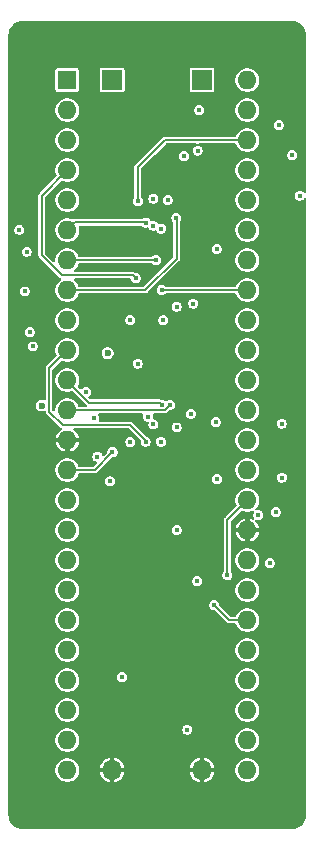
<source format=gbr>
G04 #@! TF.GenerationSoftware,KiCad,Pcbnew,9.0.6-9.0.6~ubuntu25.10.1*
G04 #@! TF.CreationDate,2025-12-24T16:01:02+09:00*
G04 #@! TF.ProjectId,bionic-mc68008,62696f6e-6963-42d6-9d63-36383030382e,2*
G04 #@! TF.SameCoordinates,Original*
G04 #@! TF.FileFunction,Copper,L2,Inr*
G04 #@! TF.FilePolarity,Positive*
%FSLAX46Y46*%
G04 Gerber Fmt 4.6, Leading zero omitted, Abs format (unit mm)*
G04 Created by KiCad (PCBNEW 9.0.6-9.0.6~ubuntu25.10.1) date 2025-12-24 16:01:02*
%MOMM*%
%LPD*%
G01*
G04 APERTURE LIST*
G04 #@! TA.AperFunction,ComponentPad*
%ADD10R,1.600000X1.600000*%
G04 #@! TD*
G04 #@! TA.AperFunction,ComponentPad*
%ADD11O,1.600000X1.600000*%
G04 #@! TD*
G04 #@! TA.AperFunction,ComponentPad*
%ADD12R,1.700000X1.700000*%
G04 #@! TD*
G04 #@! TA.AperFunction,ComponentPad*
%ADD13O,1.700000X1.700000*%
G04 #@! TD*
G04 #@! TA.AperFunction,ViaPad*
%ADD14C,0.600000*%
G04 #@! TD*
G04 #@! TA.AperFunction,ViaPad*
%ADD15C,0.450000*%
G04 #@! TD*
G04 #@! TA.AperFunction,Conductor*
%ADD16C,0.150000*%
G04 #@! TD*
G04 APERTURE END LIST*
D10*
X106080000Y-75080000D03*
D11*
X106080000Y-77620000D03*
X106080000Y-80160000D03*
X106080000Y-82700000D03*
X106080000Y-85240000D03*
X106080000Y-87780000D03*
X106080000Y-90320000D03*
X106080000Y-92860000D03*
X106080000Y-95400000D03*
X106080000Y-97940000D03*
X106080000Y-100480000D03*
X106080000Y-103020000D03*
X106080000Y-105560000D03*
X106080000Y-108100000D03*
X106080000Y-110640000D03*
X106080000Y-113180000D03*
X106080000Y-115720000D03*
X106080000Y-118260000D03*
X106080000Y-120800000D03*
X106080000Y-123340000D03*
X106080000Y-125880000D03*
X106080000Y-128420000D03*
X106080000Y-130960000D03*
X106080000Y-133500000D03*
X121320000Y-133500000D03*
X121320000Y-130960000D03*
X121320000Y-128420000D03*
X121320000Y-125880000D03*
X121320000Y-123340000D03*
X121320000Y-120800000D03*
X121320000Y-118260000D03*
X121320000Y-115720000D03*
X121320000Y-113180000D03*
X121320000Y-110640000D03*
X121320000Y-108100000D03*
X121320000Y-105560000D03*
X121320000Y-103020000D03*
X121320000Y-100480000D03*
X121320000Y-97940000D03*
X121320000Y-95400000D03*
X121320000Y-92860000D03*
X121320000Y-90320000D03*
X121320000Y-87780000D03*
X121320000Y-85240000D03*
X121320000Y-82700000D03*
X121320000Y-80160000D03*
X121320000Y-77620000D03*
X121320000Y-75080000D03*
D12*
X109885400Y-75080000D03*
D13*
X109885400Y-133500000D03*
X117489200Y-133500000D03*
D12*
X117489200Y-75080000D03*
D14*
X103921000Y-102639000D03*
X109509000Y-98194000D03*
X111949000Y-125526000D03*
X108620000Y-82954000D03*
X108798000Y-101814000D03*
D15*
X111414000Y-71778000D03*
X124241000Y-104163000D03*
X122267000Y-111910000D03*
X123733000Y-111656000D03*
X108366900Y-103690400D03*
X102021700Y-87741900D03*
X109703000Y-109053600D03*
X102905000Y-96416000D03*
X124252000Y-108735000D03*
X123987000Y-78890000D03*
X103159000Y-97632200D03*
X125130000Y-81430000D03*
X102651000Y-89608800D03*
X114025000Y-87653000D03*
X112725000Y-105699700D03*
X114074751Y-102570000D03*
X114773950Y-102569950D03*
X112925000Y-103566100D03*
X109915400Y-106584190D03*
X114068300Y-92860000D03*
X110731400Y-125626000D03*
X102473200Y-92974300D03*
X108645400Y-106957000D03*
X125765000Y-84859000D03*
X117094550Y-117488950D03*
X107662600Y-101468200D03*
X116557500Y-103337500D03*
X118749000Y-108862000D03*
X118526000Y-119530000D03*
X118653000Y-104036000D03*
X117256000Y-77620000D03*
X113375000Y-87399000D03*
X114589000Y-85240000D03*
X115351000Y-113180000D03*
X111425001Y-105712400D03*
X111425000Y-95400000D03*
X123225000Y-115974000D03*
X115338300Y-94257000D03*
X115338300Y-104493200D03*
X114224999Y-95413400D03*
X115974999Y-81518900D03*
X117129000Y-81049000D03*
X119650000Y-117021750D03*
X118729200Y-89392900D03*
X113375000Y-104239300D03*
X116748000Y-94003000D03*
X113598400Y-90320000D03*
X115325000Y-86751300D03*
X111875000Y-91844000D03*
X112061301Y-85353301D03*
X112733533Y-87141612D03*
X114025000Y-105687000D03*
X112049000Y-99083000D03*
X113375002Y-85113000D03*
X116240000Y-130071000D03*
D16*
X112725000Y-105699700D02*
X112725000Y-105601000D01*
X104556000Y-103147000D02*
X104556000Y-99464000D01*
X112725000Y-105601000D02*
X111400700Y-104276700D01*
X111400700Y-104276700D02*
X105685700Y-104276700D01*
X105685700Y-104276700D02*
X104556000Y-103147000D01*
X104556000Y-99464000D02*
X106080000Y-97940000D01*
X114068300Y-92860000D02*
X121320000Y-92860000D01*
X113598400Y-90320000D02*
X106080000Y-90320000D01*
X113898651Y-102393900D02*
X107949600Y-102393900D01*
X107949600Y-102393900D02*
X106080000Y-100524300D01*
X106080000Y-100524300D02*
X106080000Y-100480000D01*
X114074751Y-102570000D02*
X113898651Y-102393900D01*
X114323900Y-103020000D02*
X106080000Y-103020000D01*
X114773950Y-102569950D02*
X114323900Y-103020000D01*
X109915400Y-106584190D02*
X108399590Y-108100000D01*
X108399590Y-108100000D02*
X106080000Y-108100000D01*
X119796000Y-120800000D02*
X121320000Y-120800000D01*
X118526000Y-119530000D02*
X119796000Y-120800000D01*
X119650000Y-112310000D02*
X121320000Y-110640000D01*
X119650000Y-117021750D02*
X119650000Y-112310000D01*
X112684000Y-92860000D02*
X106080000Y-92860000D01*
X115325000Y-86751300D02*
X115338300Y-86764600D01*
X115338300Y-86764600D02*
X115338300Y-90205700D01*
X115338300Y-90205700D02*
X112684000Y-92860000D01*
X105633511Y-91590000D02*
X103921000Y-89877489D01*
X103921000Y-89877489D02*
X103921000Y-84859000D01*
X111875000Y-91844000D02*
X111621000Y-91590000D01*
X103921000Y-84859000D02*
X106080000Y-82700000D01*
X111621000Y-91590000D02*
X105633511Y-91590000D01*
X112061301Y-85353301D02*
X112049000Y-85341000D01*
X112049000Y-85341000D02*
X112049000Y-82446000D01*
X114335000Y-80160000D02*
X121320000Y-80160000D01*
X112049000Y-82446000D02*
X114335000Y-80160000D01*
X112733533Y-87141612D02*
X112724221Y-87132300D01*
X112724221Y-87132300D02*
X106727700Y-87132300D01*
X106727700Y-87132300D02*
X106080000Y-87780000D01*
G04 #@! TA.AperFunction,Conductor*
G36*
X125134309Y-70100877D02*
G01*
X125324457Y-70117512D01*
X125341437Y-70120505D01*
X125521635Y-70168789D01*
X125537839Y-70174687D01*
X125706902Y-70253523D01*
X125721842Y-70262149D01*
X125874641Y-70369140D01*
X125887861Y-70380232D01*
X126019767Y-70512138D01*
X126030859Y-70525358D01*
X126137850Y-70678157D01*
X126146478Y-70693101D01*
X126225308Y-70862151D01*
X126231211Y-70878368D01*
X126279492Y-71058555D01*
X126282488Y-71075550D01*
X126299123Y-71265690D01*
X126299500Y-71274318D01*
X126299500Y-84564308D01*
X126280593Y-84622499D01*
X126231093Y-84658463D01*
X126169907Y-84658463D01*
X126120407Y-84622499D01*
X126114764Y-84613809D01*
X126108072Y-84602218D01*
X126105485Y-84597737D01*
X126026263Y-84518515D01*
X126026260Y-84518513D01*
X125929240Y-84462498D01*
X125929242Y-84462498D01*
X125887251Y-84451247D01*
X125821018Y-84433500D01*
X125708982Y-84433500D01*
X125642748Y-84451247D01*
X125600758Y-84462498D01*
X125503739Y-84518513D01*
X125424513Y-84597739D01*
X125368498Y-84694758D01*
X125366305Y-84702942D01*
X125339500Y-84802982D01*
X125339500Y-84915018D01*
X125356574Y-84978739D01*
X125368498Y-85023241D01*
X125408219Y-85092038D01*
X125424515Y-85120263D01*
X125503737Y-85199485D01*
X125503739Y-85199486D01*
X125600759Y-85255501D01*
X125600757Y-85255501D01*
X125600761Y-85255502D01*
X125600763Y-85255503D01*
X125708982Y-85284500D01*
X125708984Y-85284500D01*
X125821016Y-85284500D01*
X125821018Y-85284500D01*
X125929237Y-85255503D01*
X125929239Y-85255501D01*
X125929241Y-85255501D01*
X125958064Y-85238859D01*
X126026263Y-85199485D01*
X126105485Y-85120263D01*
X126114764Y-85104190D01*
X126160232Y-85063250D01*
X126221082Y-85056854D01*
X126274071Y-85087446D01*
X126298958Y-85143342D01*
X126299500Y-85153691D01*
X126299500Y-137305681D01*
X126299123Y-137314309D01*
X126282488Y-137504449D01*
X126279492Y-137521444D01*
X126231211Y-137701631D01*
X126225308Y-137717848D01*
X126146478Y-137886898D01*
X126137850Y-137901842D01*
X126030859Y-138054641D01*
X126019767Y-138067861D01*
X125887861Y-138199767D01*
X125874641Y-138210859D01*
X125721842Y-138317850D01*
X125706898Y-138326478D01*
X125537848Y-138405308D01*
X125521631Y-138411211D01*
X125341444Y-138459492D01*
X125324449Y-138462488D01*
X125134309Y-138479123D01*
X125125681Y-138479500D01*
X102274319Y-138479500D01*
X102265691Y-138479123D01*
X102075550Y-138462488D01*
X102058555Y-138459492D01*
X101878368Y-138411211D01*
X101862154Y-138405309D01*
X101693100Y-138326477D01*
X101678157Y-138317850D01*
X101525358Y-138210859D01*
X101512138Y-138199767D01*
X101380232Y-138067861D01*
X101369140Y-138054641D01*
X101262149Y-137901842D01*
X101253523Y-137886902D01*
X101174687Y-137717839D01*
X101168788Y-137701631D01*
X101149843Y-137630926D01*
X101120505Y-137521437D01*
X101117512Y-137504457D01*
X101100877Y-137314309D01*
X101100500Y-137305681D01*
X101100500Y-133401456D01*
X105079500Y-133401456D01*
X105079500Y-133598543D01*
X105117949Y-133791834D01*
X105117949Y-133791836D01*
X105193367Y-133973913D01*
X105193368Y-133973914D01*
X105302861Y-134137782D01*
X105442218Y-134277139D01*
X105606086Y-134386632D01*
X105788165Y-134462051D01*
X105981459Y-134500500D01*
X105981460Y-134500500D01*
X106178540Y-134500500D01*
X106178541Y-134500500D01*
X106371835Y-134462051D01*
X106553914Y-134386632D01*
X106717782Y-134277139D01*
X106857139Y-134137782D01*
X106966632Y-133973914D01*
X107042051Y-133791835D01*
X107080500Y-133598541D01*
X107080500Y-133401459D01*
X107060318Y-133299999D01*
X108854611Y-133299999D01*
X108854612Y-133300000D01*
X109423520Y-133300000D01*
X109419475Y-133307007D01*
X109385400Y-133434174D01*
X109385400Y-133565826D01*
X109419475Y-133692993D01*
X109423520Y-133700000D01*
X108854611Y-133700000D01*
X108875749Y-133806269D01*
X108875751Y-133806277D01*
X108954901Y-133997360D01*
X108954908Y-133997374D01*
X109069805Y-134169329D01*
X109216070Y-134315594D01*
X109388025Y-134430491D01*
X109388039Y-134430498D01*
X109579123Y-134509648D01*
X109579130Y-134509650D01*
X109685400Y-134530787D01*
X109685400Y-133961879D01*
X109692407Y-133965925D01*
X109819574Y-134000000D01*
X109951226Y-134000000D01*
X110078393Y-133965925D01*
X110085400Y-133961879D01*
X110085400Y-134530786D01*
X110191669Y-134509650D01*
X110191676Y-134509648D01*
X110382760Y-134430498D01*
X110382774Y-134430491D01*
X110554729Y-134315594D01*
X110700994Y-134169329D01*
X110815891Y-133997374D01*
X110815898Y-133997360D01*
X110895048Y-133806277D01*
X110895050Y-133806269D01*
X110916189Y-133700000D01*
X110347280Y-133700000D01*
X110351325Y-133692993D01*
X110385400Y-133565826D01*
X110385400Y-133434174D01*
X110351325Y-133307007D01*
X110347280Y-133300000D01*
X110916188Y-133300000D01*
X110916188Y-133299999D01*
X116458411Y-133299999D01*
X116458412Y-133300000D01*
X117027320Y-133300000D01*
X117023275Y-133307007D01*
X116989200Y-133434174D01*
X116989200Y-133565826D01*
X117023275Y-133692993D01*
X117027320Y-133700000D01*
X116458411Y-133700000D01*
X116479549Y-133806269D01*
X116479551Y-133806277D01*
X116558701Y-133997360D01*
X116558708Y-133997374D01*
X116673605Y-134169329D01*
X116819870Y-134315594D01*
X116991825Y-134430491D01*
X116991839Y-134430498D01*
X117182923Y-134509648D01*
X117182930Y-134509650D01*
X117289200Y-134530787D01*
X117289200Y-133961879D01*
X117296207Y-133965925D01*
X117423374Y-134000000D01*
X117555026Y-134000000D01*
X117682193Y-133965925D01*
X117689200Y-133961879D01*
X117689200Y-134530786D01*
X117795469Y-134509650D01*
X117795476Y-134509648D01*
X117986560Y-134430498D01*
X117986574Y-134430491D01*
X118158529Y-134315594D01*
X118304794Y-134169329D01*
X118419691Y-133997374D01*
X118419698Y-133997360D01*
X118498848Y-133806277D01*
X118498850Y-133806269D01*
X118519989Y-133700000D01*
X117951080Y-133700000D01*
X117955125Y-133692993D01*
X117989200Y-133565826D01*
X117989200Y-133434174D01*
X117980433Y-133401456D01*
X120319500Y-133401456D01*
X120319500Y-133598543D01*
X120357949Y-133791834D01*
X120357949Y-133791836D01*
X120433367Y-133973913D01*
X120433368Y-133973914D01*
X120542861Y-134137782D01*
X120682218Y-134277139D01*
X120846086Y-134386632D01*
X121028165Y-134462051D01*
X121221459Y-134500500D01*
X121221460Y-134500500D01*
X121418540Y-134500500D01*
X121418541Y-134500500D01*
X121611835Y-134462051D01*
X121793914Y-134386632D01*
X121957782Y-134277139D01*
X122097139Y-134137782D01*
X122206632Y-133973914D01*
X122282051Y-133791835D01*
X122320500Y-133598541D01*
X122320500Y-133401459D01*
X122282051Y-133208165D01*
X122206632Y-133026086D01*
X122097139Y-132862218D01*
X121957782Y-132722861D01*
X121793914Y-132613368D01*
X121793915Y-132613368D01*
X121793913Y-132613367D01*
X121611835Y-132537949D01*
X121418543Y-132499500D01*
X121418541Y-132499500D01*
X121221459Y-132499500D01*
X121221456Y-132499500D01*
X121028165Y-132537949D01*
X121028163Y-132537949D01*
X120846086Y-132613367D01*
X120682218Y-132722861D01*
X120682214Y-132722864D01*
X120542864Y-132862214D01*
X120542861Y-132862218D01*
X120433367Y-133026086D01*
X120357949Y-133208163D01*
X120357949Y-133208165D01*
X120319500Y-133401456D01*
X117980433Y-133401456D01*
X117955125Y-133307007D01*
X117951080Y-133300000D01*
X118519988Y-133300000D01*
X118498850Y-133193730D01*
X118498848Y-133193722D01*
X118419698Y-133002639D01*
X118419691Y-133002625D01*
X118304794Y-132830670D01*
X118158529Y-132684405D01*
X117986574Y-132569508D01*
X117986560Y-132569501D01*
X117795477Y-132490351D01*
X117795469Y-132490349D01*
X117689200Y-132469211D01*
X117689200Y-133038120D01*
X117682193Y-133034075D01*
X117555026Y-133000000D01*
X117423374Y-133000000D01*
X117296207Y-133034075D01*
X117289200Y-133038120D01*
X117289200Y-132469211D01*
X117289199Y-132469211D01*
X117182930Y-132490349D01*
X117182922Y-132490351D01*
X116991839Y-132569501D01*
X116991825Y-132569508D01*
X116819870Y-132684405D01*
X116673605Y-132830670D01*
X116558708Y-133002625D01*
X116558701Y-133002639D01*
X116479551Y-133193722D01*
X116479549Y-133193730D01*
X116458411Y-133299999D01*
X110916188Y-133299999D01*
X110895050Y-133193730D01*
X110895048Y-133193722D01*
X110815898Y-133002639D01*
X110815891Y-133002625D01*
X110700994Y-132830670D01*
X110554729Y-132684405D01*
X110382774Y-132569508D01*
X110382760Y-132569501D01*
X110191677Y-132490351D01*
X110191669Y-132490349D01*
X110085400Y-132469211D01*
X110085400Y-133038120D01*
X110078393Y-133034075D01*
X109951226Y-133000000D01*
X109819574Y-133000000D01*
X109692407Y-133034075D01*
X109685400Y-133038120D01*
X109685400Y-132469211D01*
X109685399Y-132469211D01*
X109579130Y-132490349D01*
X109579122Y-132490351D01*
X109388039Y-132569501D01*
X109388025Y-132569508D01*
X109216070Y-132684405D01*
X109069805Y-132830670D01*
X108954908Y-133002625D01*
X108954901Y-133002639D01*
X108875751Y-133193722D01*
X108875749Y-133193730D01*
X108854611Y-133299999D01*
X107060318Y-133299999D01*
X107042051Y-133208165D01*
X106966632Y-133026086D01*
X106857139Y-132862218D01*
X106717782Y-132722861D01*
X106553914Y-132613368D01*
X106553915Y-132613368D01*
X106553913Y-132613367D01*
X106371835Y-132537949D01*
X106178543Y-132499500D01*
X106178541Y-132499500D01*
X105981459Y-132499500D01*
X105981456Y-132499500D01*
X105788165Y-132537949D01*
X105788163Y-132537949D01*
X105606086Y-132613367D01*
X105442218Y-132722861D01*
X105442214Y-132722864D01*
X105302864Y-132862214D01*
X105302861Y-132862218D01*
X105193367Y-133026086D01*
X105117949Y-133208163D01*
X105117949Y-133208165D01*
X105079500Y-133401456D01*
X101100500Y-133401456D01*
X101100500Y-130861456D01*
X105079500Y-130861456D01*
X105079500Y-131058543D01*
X105117949Y-131251834D01*
X105117949Y-131251836D01*
X105193367Y-131433913D01*
X105193368Y-131433914D01*
X105302861Y-131597782D01*
X105442218Y-131737139D01*
X105606086Y-131846632D01*
X105788165Y-131922051D01*
X105981459Y-131960500D01*
X105981460Y-131960500D01*
X106178540Y-131960500D01*
X106178541Y-131960500D01*
X106371835Y-131922051D01*
X106553914Y-131846632D01*
X106717782Y-131737139D01*
X106857139Y-131597782D01*
X106966632Y-131433914D01*
X107042051Y-131251835D01*
X107080500Y-131058541D01*
X107080500Y-130861459D01*
X107080499Y-130861456D01*
X120319500Y-130861456D01*
X120319500Y-131058543D01*
X120357949Y-131251834D01*
X120357949Y-131251836D01*
X120433367Y-131433913D01*
X120433368Y-131433914D01*
X120542861Y-131597782D01*
X120682218Y-131737139D01*
X120846086Y-131846632D01*
X121028165Y-131922051D01*
X121221459Y-131960500D01*
X121221460Y-131960500D01*
X121418540Y-131960500D01*
X121418541Y-131960500D01*
X121611835Y-131922051D01*
X121793914Y-131846632D01*
X121957782Y-131737139D01*
X122097139Y-131597782D01*
X122206632Y-131433914D01*
X122282051Y-131251835D01*
X122320500Y-131058541D01*
X122320500Y-130861459D01*
X122282051Y-130668165D01*
X122206632Y-130486086D01*
X122097139Y-130322218D01*
X121957782Y-130182861D01*
X121793914Y-130073368D01*
X121793915Y-130073368D01*
X121793913Y-130073367D01*
X121611835Y-129997949D01*
X121418543Y-129959500D01*
X121418541Y-129959500D01*
X121221459Y-129959500D01*
X121221456Y-129959500D01*
X121028165Y-129997949D01*
X121028163Y-129997949D01*
X120846086Y-130073367D01*
X120682218Y-130182861D01*
X120682214Y-130182864D01*
X120542864Y-130322214D01*
X120542861Y-130322218D01*
X120433367Y-130486086D01*
X120357949Y-130668163D01*
X120357949Y-130668165D01*
X120319500Y-130861456D01*
X107080499Y-130861456D01*
X107042051Y-130668165D01*
X106966632Y-130486086D01*
X106857139Y-130322218D01*
X106717782Y-130182861D01*
X106553914Y-130073368D01*
X106553915Y-130073368D01*
X106553913Y-130073367D01*
X106412957Y-130014982D01*
X115814500Y-130014982D01*
X115814500Y-130127018D01*
X115829463Y-130182861D01*
X115843498Y-130235241D01*
X115899513Y-130332260D01*
X115899515Y-130332263D01*
X115978737Y-130411485D01*
X115978739Y-130411486D01*
X116075759Y-130467501D01*
X116075757Y-130467501D01*
X116075761Y-130467502D01*
X116075763Y-130467503D01*
X116183982Y-130496500D01*
X116183984Y-130496500D01*
X116296016Y-130496500D01*
X116296018Y-130496500D01*
X116404237Y-130467503D01*
X116404239Y-130467501D01*
X116404241Y-130467501D01*
X116433064Y-130450859D01*
X116501263Y-130411485D01*
X116580485Y-130332263D01*
X116636503Y-130235237D01*
X116665500Y-130127018D01*
X116665500Y-130014982D01*
X116636503Y-129906763D01*
X116636501Y-129906760D01*
X116636501Y-129906758D01*
X116580486Y-129809739D01*
X116580485Y-129809737D01*
X116501263Y-129730515D01*
X116501260Y-129730513D01*
X116404240Y-129674498D01*
X116404242Y-129674498D01*
X116362251Y-129663247D01*
X116296018Y-129645500D01*
X116183982Y-129645500D01*
X116117748Y-129663247D01*
X116075758Y-129674498D01*
X115978739Y-129730513D01*
X115899513Y-129809739D01*
X115843498Y-129906758D01*
X115843497Y-129906763D01*
X115814500Y-130014982D01*
X106412957Y-130014982D01*
X106371835Y-129997949D01*
X106178543Y-129959500D01*
X106178541Y-129959500D01*
X105981459Y-129959500D01*
X105981456Y-129959500D01*
X105788165Y-129997949D01*
X105788163Y-129997949D01*
X105606086Y-130073367D01*
X105442218Y-130182861D01*
X105442214Y-130182864D01*
X105302864Y-130322214D01*
X105302861Y-130322218D01*
X105193367Y-130486086D01*
X105117949Y-130668163D01*
X105117949Y-130668165D01*
X105079500Y-130861456D01*
X101100500Y-130861456D01*
X101100500Y-128321456D01*
X105079500Y-128321456D01*
X105079500Y-128518543D01*
X105117949Y-128711834D01*
X105117949Y-128711836D01*
X105193367Y-128893913D01*
X105193368Y-128893914D01*
X105302861Y-129057782D01*
X105442218Y-129197139D01*
X105606086Y-129306632D01*
X105788165Y-129382051D01*
X105981459Y-129420500D01*
X105981460Y-129420500D01*
X106178540Y-129420500D01*
X106178541Y-129420500D01*
X106371835Y-129382051D01*
X106553914Y-129306632D01*
X106717782Y-129197139D01*
X106857139Y-129057782D01*
X106966632Y-128893914D01*
X107042051Y-128711835D01*
X107080500Y-128518541D01*
X107080500Y-128321459D01*
X107080499Y-128321456D01*
X120319500Y-128321456D01*
X120319500Y-128518543D01*
X120357949Y-128711834D01*
X120357949Y-128711836D01*
X120433367Y-128893913D01*
X120433368Y-128893914D01*
X120542861Y-129057782D01*
X120682218Y-129197139D01*
X120846086Y-129306632D01*
X121028165Y-129382051D01*
X121221459Y-129420500D01*
X121221460Y-129420500D01*
X121418540Y-129420500D01*
X121418541Y-129420500D01*
X121611835Y-129382051D01*
X121793914Y-129306632D01*
X121957782Y-129197139D01*
X122097139Y-129057782D01*
X122206632Y-128893914D01*
X122282051Y-128711835D01*
X122320500Y-128518541D01*
X122320500Y-128321459D01*
X122282051Y-128128165D01*
X122206632Y-127946086D01*
X122097139Y-127782218D01*
X121957782Y-127642861D01*
X121793914Y-127533368D01*
X121793915Y-127533368D01*
X121793913Y-127533367D01*
X121611835Y-127457949D01*
X121418543Y-127419500D01*
X121418541Y-127419500D01*
X121221459Y-127419500D01*
X121221456Y-127419500D01*
X121028165Y-127457949D01*
X121028163Y-127457949D01*
X120846086Y-127533367D01*
X120682218Y-127642861D01*
X120682214Y-127642864D01*
X120542864Y-127782214D01*
X120542861Y-127782218D01*
X120433367Y-127946086D01*
X120357949Y-128128163D01*
X120357949Y-128128165D01*
X120319500Y-128321456D01*
X107080499Y-128321456D01*
X107042051Y-128128165D01*
X106966632Y-127946086D01*
X106857139Y-127782218D01*
X106717782Y-127642861D01*
X106553914Y-127533368D01*
X106553915Y-127533368D01*
X106553913Y-127533367D01*
X106371835Y-127457949D01*
X106178543Y-127419500D01*
X106178541Y-127419500D01*
X105981459Y-127419500D01*
X105981456Y-127419500D01*
X105788165Y-127457949D01*
X105788163Y-127457949D01*
X105606086Y-127533367D01*
X105442218Y-127642861D01*
X105442214Y-127642864D01*
X105302864Y-127782214D01*
X105302861Y-127782218D01*
X105193367Y-127946086D01*
X105117949Y-128128163D01*
X105117949Y-128128165D01*
X105079500Y-128321456D01*
X101100500Y-128321456D01*
X101100500Y-125781456D01*
X105079500Y-125781456D01*
X105079500Y-125978543D01*
X105117949Y-126171834D01*
X105117949Y-126171836D01*
X105193367Y-126353913D01*
X105193368Y-126353914D01*
X105302861Y-126517782D01*
X105442218Y-126657139D01*
X105606086Y-126766632D01*
X105788165Y-126842051D01*
X105981459Y-126880500D01*
X105981460Y-126880500D01*
X106178540Y-126880500D01*
X106178541Y-126880500D01*
X106371835Y-126842051D01*
X106553914Y-126766632D01*
X106717782Y-126657139D01*
X106857139Y-126517782D01*
X106966632Y-126353914D01*
X107042051Y-126171835D01*
X107080500Y-125978541D01*
X107080500Y-125781459D01*
X107042051Y-125588165D01*
X107034519Y-125569982D01*
X110305900Y-125569982D01*
X110305900Y-125682018D01*
X110324376Y-125750972D01*
X110334898Y-125790241D01*
X110390913Y-125887260D01*
X110390915Y-125887263D01*
X110470137Y-125966485D01*
X110470139Y-125966486D01*
X110567159Y-126022501D01*
X110567157Y-126022501D01*
X110567161Y-126022502D01*
X110567163Y-126022503D01*
X110675382Y-126051500D01*
X110675384Y-126051500D01*
X110787416Y-126051500D01*
X110787418Y-126051500D01*
X110895637Y-126022503D01*
X110895639Y-126022501D01*
X110895641Y-126022501D01*
X110924464Y-126005859D01*
X110992663Y-125966485D01*
X111071885Y-125887263D01*
X111127903Y-125790237D01*
X111130256Y-125781456D01*
X120319500Y-125781456D01*
X120319500Y-125978543D01*
X120357949Y-126171834D01*
X120357949Y-126171836D01*
X120433367Y-126353913D01*
X120433368Y-126353914D01*
X120542861Y-126517782D01*
X120682218Y-126657139D01*
X120846086Y-126766632D01*
X121028165Y-126842051D01*
X121221459Y-126880500D01*
X121221460Y-126880500D01*
X121418540Y-126880500D01*
X121418541Y-126880500D01*
X121611835Y-126842051D01*
X121793914Y-126766632D01*
X121957782Y-126657139D01*
X122097139Y-126517782D01*
X122206632Y-126353914D01*
X122282051Y-126171835D01*
X122320500Y-125978541D01*
X122320500Y-125781459D01*
X122282051Y-125588165D01*
X122206632Y-125406086D01*
X122097139Y-125242218D01*
X121957782Y-125102861D01*
X121793914Y-124993368D01*
X121793915Y-124993368D01*
X121793913Y-124993367D01*
X121611835Y-124917949D01*
X121418543Y-124879500D01*
X121418541Y-124879500D01*
X121221459Y-124879500D01*
X121221456Y-124879500D01*
X121028165Y-124917949D01*
X121028163Y-124917949D01*
X120846086Y-124993367D01*
X120682218Y-125102861D01*
X120682214Y-125102864D01*
X120542864Y-125242214D01*
X120542861Y-125242218D01*
X120433367Y-125406086D01*
X120357949Y-125588163D01*
X120357949Y-125588165D01*
X120319500Y-125781456D01*
X111130256Y-125781456D01*
X111156900Y-125682018D01*
X111156900Y-125569982D01*
X111127903Y-125461763D01*
X111127901Y-125461760D01*
X111127901Y-125461758D01*
X111071886Y-125364739D01*
X111071885Y-125364737D01*
X110992663Y-125285515D01*
X110992660Y-125285513D01*
X110895640Y-125229498D01*
X110895642Y-125229498D01*
X110853651Y-125218247D01*
X110787418Y-125200500D01*
X110675382Y-125200500D01*
X110609148Y-125218247D01*
X110567158Y-125229498D01*
X110470139Y-125285513D01*
X110390913Y-125364739D01*
X110334898Y-125461758D01*
X110334897Y-125461763D01*
X110305900Y-125569982D01*
X107034519Y-125569982D01*
X106966632Y-125406086D01*
X106857139Y-125242218D01*
X106717782Y-125102861D01*
X106553914Y-124993368D01*
X106553915Y-124993368D01*
X106553913Y-124993367D01*
X106371835Y-124917949D01*
X106178543Y-124879500D01*
X106178541Y-124879500D01*
X105981459Y-124879500D01*
X105981456Y-124879500D01*
X105788165Y-124917949D01*
X105788163Y-124917949D01*
X105606086Y-124993367D01*
X105442218Y-125102861D01*
X105442214Y-125102864D01*
X105302864Y-125242214D01*
X105302861Y-125242218D01*
X105193367Y-125406086D01*
X105117949Y-125588163D01*
X105117949Y-125588165D01*
X105079500Y-125781456D01*
X101100500Y-125781456D01*
X101100500Y-123241456D01*
X105079500Y-123241456D01*
X105079500Y-123438543D01*
X105117949Y-123631834D01*
X105117949Y-123631836D01*
X105193367Y-123813913D01*
X105193368Y-123813914D01*
X105302861Y-123977782D01*
X105442218Y-124117139D01*
X105606086Y-124226632D01*
X105788165Y-124302051D01*
X105981459Y-124340500D01*
X105981460Y-124340500D01*
X106178540Y-124340500D01*
X106178541Y-124340500D01*
X106371835Y-124302051D01*
X106553914Y-124226632D01*
X106717782Y-124117139D01*
X106857139Y-123977782D01*
X106966632Y-123813914D01*
X107042051Y-123631835D01*
X107080500Y-123438541D01*
X107080500Y-123241459D01*
X107080499Y-123241456D01*
X120319500Y-123241456D01*
X120319500Y-123438543D01*
X120357949Y-123631834D01*
X120357949Y-123631836D01*
X120433367Y-123813913D01*
X120433368Y-123813914D01*
X120542861Y-123977782D01*
X120682218Y-124117139D01*
X120846086Y-124226632D01*
X121028165Y-124302051D01*
X121221459Y-124340500D01*
X121221460Y-124340500D01*
X121418540Y-124340500D01*
X121418541Y-124340500D01*
X121611835Y-124302051D01*
X121793914Y-124226632D01*
X121957782Y-124117139D01*
X122097139Y-123977782D01*
X122206632Y-123813914D01*
X122282051Y-123631835D01*
X122320500Y-123438541D01*
X122320500Y-123241459D01*
X122282051Y-123048165D01*
X122206632Y-122866086D01*
X122097139Y-122702218D01*
X121957782Y-122562861D01*
X121793914Y-122453368D01*
X121793915Y-122453368D01*
X121793913Y-122453367D01*
X121611835Y-122377949D01*
X121418543Y-122339500D01*
X121418541Y-122339500D01*
X121221459Y-122339500D01*
X121221456Y-122339500D01*
X121028165Y-122377949D01*
X121028163Y-122377949D01*
X120846086Y-122453367D01*
X120682218Y-122562861D01*
X120682214Y-122562864D01*
X120542864Y-122702214D01*
X120542861Y-122702218D01*
X120433367Y-122866086D01*
X120357949Y-123048163D01*
X120357949Y-123048165D01*
X120319500Y-123241456D01*
X107080499Y-123241456D01*
X107042051Y-123048165D01*
X106966632Y-122866086D01*
X106857139Y-122702218D01*
X106717782Y-122562861D01*
X106553914Y-122453368D01*
X106553915Y-122453368D01*
X106553913Y-122453367D01*
X106371835Y-122377949D01*
X106178543Y-122339500D01*
X106178541Y-122339500D01*
X105981459Y-122339500D01*
X105981456Y-122339500D01*
X105788165Y-122377949D01*
X105788163Y-122377949D01*
X105606086Y-122453367D01*
X105442218Y-122562861D01*
X105442214Y-122562864D01*
X105302864Y-122702214D01*
X105302861Y-122702218D01*
X105193367Y-122866086D01*
X105117949Y-123048163D01*
X105117949Y-123048165D01*
X105079500Y-123241456D01*
X101100500Y-123241456D01*
X101100500Y-120701456D01*
X105079500Y-120701456D01*
X105079500Y-120898543D01*
X105117949Y-121091834D01*
X105117949Y-121091836D01*
X105193367Y-121273913D01*
X105193368Y-121273914D01*
X105302861Y-121437782D01*
X105442218Y-121577139D01*
X105606086Y-121686632D01*
X105788165Y-121762051D01*
X105981459Y-121800500D01*
X105981460Y-121800500D01*
X106178540Y-121800500D01*
X106178541Y-121800500D01*
X106371835Y-121762051D01*
X106553914Y-121686632D01*
X106717782Y-121577139D01*
X106857139Y-121437782D01*
X106966632Y-121273914D01*
X107042051Y-121091835D01*
X107080500Y-120898541D01*
X107080500Y-120701459D01*
X107042051Y-120508165D01*
X106966632Y-120326086D01*
X106857139Y-120162218D01*
X106717782Y-120022861D01*
X106553914Y-119913368D01*
X106553915Y-119913368D01*
X106553913Y-119913367D01*
X106371835Y-119837949D01*
X106178543Y-119799500D01*
X106178541Y-119799500D01*
X105981459Y-119799500D01*
X105981456Y-119799500D01*
X105788165Y-119837949D01*
X105788163Y-119837949D01*
X105606086Y-119913367D01*
X105442218Y-120022861D01*
X105442214Y-120022864D01*
X105302864Y-120162214D01*
X105302861Y-120162218D01*
X105193367Y-120326086D01*
X105117949Y-120508163D01*
X105117949Y-120508165D01*
X105079500Y-120701456D01*
X101100500Y-120701456D01*
X101100500Y-119473982D01*
X118100500Y-119473982D01*
X118100500Y-119586018D01*
X118102875Y-119594880D01*
X118129498Y-119694241D01*
X118185513Y-119791260D01*
X118185515Y-119791263D01*
X118264737Y-119870485D01*
X118264739Y-119870486D01*
X118361759Y-119926501D01*
X118361757Y-119926501D01*
X118361761Y-119926502D01*
X118361763Y-119926503D01*
X118469982Y-119955500D01*
X118520877Y-119955500D01*
X118579068Y-119974407D01*
X118590880Y-119984495D01*
X119639941Y-121033557D01*
X119669595Y-121045839D01*
X119669597Y-121045841D01*
X119669598Y-121045841D01*
X119705399Y-121060670D01*
X119741200Y-121075500D01*
X120285033Y-121075500D01*
X120343224Y-121094407D01*
X120376497Y-121136615D01*
X120433368Y-121273914D01*
X120542861Y-121437782D01*
X120682218Y-121577139D01*
X120846086Y-121686632D01*
X121028165Y-121762051D01*
X121221459Y-121800500D01*
X121221460Y-121800500D01*
X121418540Y-121800500D01*
X121418541Y-121800500D01*
X121611835Y-121762051D01*
X121793914Y-121686632D01*
X121957782Y-121577139D01*
X122097139Y-121437782D01*
X122206632Y-121273914D01*
X122282051Y-121091835D01*
X122320500Y-120898541D01*
X122320500Y-120701459D01*
X122282051Y-120508165D01*
X122206632Y-120326086D01*
X122097139Y-120162218D01*
X121957782Y-120022861D01*
X121793914Y-119913368D01*
X121793915Y-119913368D01*
X121793913Y-119913367D01*
X121611835Y-119837949D01*
X121418543Y-119799500D01*
X121418541Y-119799500D01*
X121221459Y-119799500D01*
X121221456Y-119799500D01*
X121028165Y-119837949D01*
X121028163Y-119837949D01*
X120846086Y-119913367D01*
X120682218Y-120022861D01*
X120682214Y-120022864D01*
X120542864Y-120162214D01*
X120542861Y-120162218D01*
X120433367Y-120326087D01*
X120376497Y-120463385D01*
X120336761Y-120509911D01*
X120285033Y-120524500D01*
X119951124Y-120524500D01*
X119892933Y-120505593D01*
X119881120Y-120495504D01*
X118980496Y-119594880D01*
X118952719Y-119540363D01*
X118951500Y-119524876D01*
X118951500Y-119473983D01*
X118951500Y-119473982D01*
X118922503Y-119365763D01*
X118922501Y-119365760D01*
X118922501Y-119365758D01*
X118866486Y-119268739D01*
X118866485Y-119268737D01*
X118787263Y-119189515D01*
X118787260Y-119189513D01*
X118690240Y-119133498D01*
X118690242Y-119133498D01*
X118648251Y-119122247D01*
X118582018Y-119104500D01*
X118469982Y-119104500D01*
X118403748Y-119122247D01*
X118361758Y-119133498D01*
X118264739Y-119189513D01*
X118185513Y-119268739D01*
X118129498Y-119365758D01*
X118129497Y-119365763D01*
X118100500Y-119473982D01*
X101100500Y-119473982D01*
X101100500Y-118161456D01*
X105079500Y-118161456D01*
X105079500Y-118358543D01*
X105117949Y-118551834D01*
X105117949Y-118551836D01*
X105193367Y-118733913D01*
X105193368Y-118733914D01*
X105302861Y-118897782D01*
X105442218Y-119037139D01*
X105606086Y-119146632D01*
X105788165Y-119222051D01*
X105981459Y-119260500D01*
X105981460Y-119260500D01*
X106178540Y-119260500D01*
X106178541Y-119260500D01*
X106371835Y-119222051D01*
X106553914Y-119146632D01*
X106717782Y-119037139D01*
X106857139Y-118897782D01*
X106966632Y-118733914D01*
X107042051Y-118551835D01*
X107080500Y-118358541D01*
X107080500Y-118161459D01*
X107080499Y-118161456D01*
X120319500Y-118161456D01*
X120319500Y-118358543D01*
X120357949Y-118551834D01*
X120357949Y-118551836D01*
X120433367Y-118733913D01*
X120433368Y-118733914D01*
X120542861Y-118897782D01*
X120682218Y-119037139D01*
X120846086Y-119146632D01*
X121028165Y-119222051D01*
X121221459Y-119260500D01*
X121221460Y-119260500D01*
X121418540Y-119260500D01*
X121418541Y-119260500D01*
X121611835Y-119222051D01*
X121793914Y-119146632D01*
X121957782Y-119037139D01*
X122097139Y-118897782D01*
X122206632Y-118733914D01*
X122282051Y-118551835D01*
X122320500Y-118358541D01*
X122320500Y-118161459D01*
X122282051Y-117968165D01*
X122206632Y-117786086D01*
X122097139Y-117622218D01*
X121957782Y-117482861D01*
X121793914Y-117373368D01*
X121793915Y-117373368D01*
X121793913Y-117373367D01*
X121611835Y-117297949D01*
X121418543Y-117259500D01*
X121418541Y-117259500D01*
X121221459Y-117259500D01*
X121221456Y-117259500D01*
X121028165Y-117297949D01*
X121028163Y-117297949D01*
X120846086Y-117373367D01*
X120682218Y-117482861D01*
X120682214Y-117482864D01*
X120542864Y-117622214D01*
X120542861Y-117622218D01*
X120433367Y-117786086D01*
X120357949Y-117968163D01*
X120357949Y-117968165D01*
X120319500Y-118161456D01*
X107080499Y-118161456D01*
X107042051Y-117968165D01*
X106966632Y-117786086D01*
X106857139Y-117622218D01*
X106717782Y-117482861D01*
X106643058Y-117432932D01*
X116669050Y-117432932D01*
X116669050Y-117544968D01*
X116689748Y-117622214D01*
X116698048Y-117653191D01*
X116754063Y-117750210D01*
X116754065Y-117750213D01*
X116833287Y-117829435D01*
X116833289Y-117829436D01*
X116930309Y-117885451D01*
X116930307Y-117885451D01*
X116930311Y-117885452D01*
X116930313Y-117885453D01*
X117038532Y-117914450D01*
X117038534Y-117914450D01*
X117150566Y-117914450D01*
X117150568Y-117914450D01*
X117258787Y-117885453D01*
X117258789Y-117885451D01*
X117258791Y-117885451D01*
X117287614Y-117868809D01*
X117355813Y-117829435D01*
X117435035Y-117750213D01*
X117491053Y-117653187D01*
X117520050Y-117544968D01*
X117520050Y-117432932D01*
X117491053Y-117324713D01*
X117491051Y-117324710D01*
X117491051Y-117324708D01*
X117435036Y-117227689D01*
X117435035Y-117227687D01*
X117355813Y-117148465D01*
X117355810Y-117148463D01*
X117258790Y-117092448D01*
X117258792Y-117092448D01*
X117216801Y-117081197D01*
X117150568Y-117063450D01*
X117038532Y-117063450D01*
X116972298Y-117081197D01*
X116930308Y-117092448D01*
X116833289Y-117148463D01*
X116754063Y-117227689D01*
X116698048Y-117324708D01*
X116698047Y-117324713D01*
X116669050Y-117432932D01*
X106643058Y-117432932D01*
X106553914Y-117373368D01*
X106553915Y-117373368D01*
X106553913Y-117373367D01*
X106371835Y-117297949D01*
X106178543Y-117259500D01*
X106178541Y-117259500D01*
X105981459Y-117259500D01*
X105981456Y-117259500D01*
X105788165Y-117297949D01*
X105788163Y-117297949D01*
X105606086Y-117373367D01*
X105442218Y-117482861D01*
X105442214Y-117482864D01*
X105302864Y-117622214D01*
X105302861Y-117622218D01*
X105193367Y-117786086D01*
X105117949Y-117968163D01*
X105117949Y-117968165D01*
X105079500Y-118161456D01*
X101100500Y-118161456D01*
X101100500Y-116965732D01*
X119224500Y-116965732D01*
X119224500Y-117077768D01*
X119243443Y-117148463D01*
X119253498Y-117185991D01*
X119309513Y-117283010D01*
X119309515Y-117283013D01*
X119388737Y-117362235D01*
X119388739Y-117362236D01*
X119485759Y-117418251D01*
X119485757Y-117418251D01*
X119485761Y-117418252D01*
X119485763Y-117418253D01*
X119593982Y-117447250D01*
X119593984Y-117447250D01*
X119706016Y-117447250D01*
X119706018Y-117447250D01*
X119814237Y-117418253D01*
X119814239Y-117418251D01*
X119814241Y-117418251D01*
X119843064Y-117401609D01*
X119911263Y-117362235D01*
X119990485Y-117283013D01*
X120046503Y-117185987D01*
X120075500Y-117077768D01*
X120075500Y-116965732D01*
X120046503Y-116857513D01*
X120046501Y-116857510D01*
X120046501Y-116857508D01*
X119990485Y-116760487D01*
X119954496Y-116724497D01*
X119926719Y-116669980D01*
X119925500Y-116654494D01*
X119925500Y-115621456D01*
X120319500Y-115621456D01*
X120319500Y-115818543D01*
X120357949Y-116011834D01*
X120357949Y-116011836D01*
X120433367Y-116193913D01*
X120433368Y-116193914D01*
X120542861Y-116357782D01*
X120682218Y-116497139D01*
X120846086Y-116606632D01*
X121028165Y-116682051D01*
X121221459Y-116720500D01*
X121221460Y-116720500D01*
X121418540Y-116720500D01*
X121418541Y-116720500D01*
X121611835Y-116682051D01*
X121793914Y-116606632D01*
X121957782Y-116497139D01*
X122097139Y-116357782D01*
X122206632Y-116193914D01*
X122282051Y-116011835D01*
X122300720Y-115917982D01*
X122799500Y-115917982D01*
X122799500Y-116030018D01*
X122825072Y-116125455D01*
X122828498Y-116138241D01*
X122884513Y-116235260D01*
X122884515Y-116235263D01*
X122963737Y-116314485D01*
X122963739Y-116314486D01*
X123060759Y-116370501D01*
X123060757Y-116370501D01*
X123060761Y-116370502D01*
X123060763Y-116370503D01*
X123168982Y-116399500D01*
X123168984Y-116399500D01*
X123281016Y-116399500D01*
X123281018Y-116399500D01*
X123389237Y-116370503D01*
X123389239Y-116370501D01*
X123389241Y-116370501D01*
X123418064Y-116353859D01*
X123486263Y-116314485D01*
X123565485Y-116235263D01*
X123621503Y-116138237D01*
X123650500Y-116030018D01*
X123650500Y-115917982D01*
X123621503Y-115809763D01*
X123621501Y-115809760D01*
X123621501Y-115809758D01*
X123565486Y-115712739D01*
X123565485Y-115712737D01*
X123486263Y-115633515D01*
X123486260Y-115633513D01*
X123389240Y-115577498D01*
X123389242Y-115577498D01*
X123347251Y-115566247D01*
X123281018Y-115548500D01*
X123168982Y-115548500D01*
X123102748Y-115566247D01*
X123060758Y-115577498D01*
X122963739Y-115633513D01*
X122884513Y-115712739D01*
X122828498Y-115809758D01*
X122828497Y-115809763D01*
X122799500Y-115917982D01*
X122300720Y-115917982D01*
X122320500Y-115818541D01*
X122320500Y-115621459D01*
X122282051Y-115428165D01*
X122206632Y-115246086D01*
X122097139Y-115082218D01*
X121957782Y-114942861D01*
X121793914Y-114833368D01*
X121793915Y-114833368D01*
X121793913Y-114833367D01*
X121611835Y-114757949D01*
X121418543Y-114719500D01*
X121418541Y-114719500D01*
X121221459Y-114719500D01*
X121221456Y-114719500D01*
X121028165Y-114757949D01*
X121028163Y-114757949D01*
X120846086Y-114833367D01*
X120682218Y-114942861D01*
X120682214Y-114942864D01*
X120542864Y-115082214D01*
X120542861Y-115082218D01*
X120433367Y-115246086D01*
X120357949Y-115428163D01*
X120357949Y-115428165D01*
X120319500Y-115621456D01*
X119925500Y-115621456D01*
X119925500Y-112465123D01*
X119944407Y-112406932D01*
X119954496Y-112395119D01*
X120353130Y-111996485D01*
X120782977Y-111566637D01*
X120837492Y-111538862D01*
X120890861Y-111545178D01*
X121028165Y-111602051D01*
X121221459Y-111640500D01*
X121221460Y-111640500D01*
X121418540Y-111640500D01*
X121418541Y-111640500D01*
X121611835Y-111602051D01*
X121791405Y-111527670D01*
X121852401Y-111522870D01*
X121904570Y-111554840D01*
X121927985Y-111611368D01*
X121915027Y-111668635D01*
X121870497Y-111745761D01*
X121851165Y-111817909D01*
X121841500Y-111853982D01*
X121841500Y-111966018D01*
X121849664Y-111996485D01*
X121870498Y-112074241D01*
X121915436Y-112152075D01*
X121928158Y-112211923D01*
X121903271Y-112267819D01*
X121850283Y-112298412D01*
X121791815Y-112293039D01*
X121611689Y-112218429D01*
X121520000Y-112200190D01*
X121520000Y-112833589D01*
X121474394Y-112807259D01*
X121372661Y-112780000D01*
X121267339Y-112780000D01*
X121165606Y-112807259D01*
X121120000Y-112833589D01*
X121120000Y-112200190D01*
X121028311Y-112218429D01*
X121028309Y-112218429D01*
X120846326Y-112293808D01*
X120846314Y-112293814D01*
X120682537Y-112403249D01*
X120682533Y-112403252D01*
X120543252Y-112542533D01*
X120543249Y-112542537D01*
X120433814Y-112706314D01*
X120433808Y-112706326D01*
X120358429Y-112888309D01*
X120358429Y-112888311D01*
X120340190Y-112980000D01*
X120973589Y-112980000D01*
X120947259Y-113025606D01*
X120920000Y-113127339D01*
X120920000Y-113232661D01*
X120947259Y-113334394D01*
X120973590Y-113380000D01*
X120340191Y-113380000D01*
X120358429Y-113471688D01*
X120358429Y-113471690D01*
X120433808Y-113653673D01*
X120433814Y-113653685D01*
X120543249Y-113817462D01*
X120543252Y-113817466D01*
X120682533Y-113956747D01*
X120682537Y-113956750D01*
X120846314Y-114066185D01*
X120846326Y-114066191D01*
X121028304Y-114141568D01*
X121028315Y-114141571D01*
X121120000Y-114159807D01*
X121120000Y-113526410D01*
X121165606Y-113552741D01*
X121267339Y-113580000D01*
X121372661Y-113580000D01*
X121474394Y-113552741D01*
X121520000Y-113526410D01*
X121520000Y-114159806D01*
X121611684Y-114141571D01*
X121611695Y-114141568D01*
X121793673Y-114066191D01*
X121793685Y-114066185D01*
X121957462Y-113956750D01*
X121957466Y-113956747D01*
X122096747Y-113817466D01*
X122096750Y-113817462D01*
X122206185Y-113653685D01*
X122206191Y-113653673D01*
X122281570Y-113471690D01*
X122281570Y-113471688D01*
X122299809Y-113380000D01*
X121666410Y-113380000D01*
X121692741Y-113334394D01*
X121720000Y-113232661D01*
X121720000Y-113127339D01*
X121692741Y-113025606D01*
X121666411Y-112980000D01*
X122299809Y-112980000D01*
X122281570Y-112888311D01*
X122281570Y-112888309D01*
X122206191Y-112706326D01*
X122206185Y-112706314D01*
X122096750Y-112542537D01*
X122096747Y-112542533D01*
X122033379Y-112479165D01*
X122005602Y-112424648D01*
X122015173Y-112364216D01*
X122058438Y-112320951D01*
X122118870Y-112311380D01*
X122128992Y-112313531D01*
X122210982Y-112335500D01*
X122210984Y-112335500D01*
X122323016Y-112335500D01*
X122323018Y-112335500D01*
X122431237Y-112306503D01*
X122431239Y-112306501D01*
X122431241Y-112306501D01*
X122460064Y-112289859D01*
X122528263Y-112250485D01*
X122607485Y-112171263D01*
X122659310Y-112081500D01*
X122663501Y-112074241D01*
X122663501Y-112074239D01*
X122663503Y-112074237D01*
X122692500Y-111966018D01*
X122692500Y-111853982D01*
X122663503Y-111745763D01*
X122663501Y-111745760D01*
X122663501Y-111745758D01*
X122607487Y-111648740D01*
X122607486Y-111648739D01*
X122607485Y-111648737D01*
X122558730Y-111599982D01*
X123307500Y-111599982D01*
X123307500Y-111712018D01*
X123316542Y-111745763D01*
X123336498Y-111820241D01*
X123392513Y-111917260D01*
X123392515Y-111917263D01*
X123471737Y-111996485D01*
X123471739Y-111996486D01*
X123568759Y-112052501D01*
X123568757Y-112052501D01*
X123568761Y-112052502D01*
X123568763Y-112052503D01*
X123676982Y-112081500D01*
X123676984Y-112081500D01*
X123789016Y-112081500D01*
X123789018Y-112081500D01*
X123897237Y-112052503D01*
X123897239Y-112052501D01*
X123897241Y-112052501D01*
X123926064Y-112035859D01*
X123994263Y-111996485D01*
X124073485Y-111917263D01*
X124129503Y-111820237D01*
X124158500Y-111712018D01*
X124158500Y-111599982D01*
X124129503Y-111491763D01*
X124129501Y-111491760D01*
X124129501Y-111491758D01*
X124073486Y-111394739D01*
X124073485Y-111394737D01*
X123994263Y-111315515D01*
X123994260Y-111315513D01*
X123897240Y-111259498D01*
X123897242Y-111259498D01*
X123855251Y-111248247D01*
X123789018Y-111230500D01*
X123676982Y-111230500D01*
X123610748Y-111248247D01*
X123568758Y-111259498D01*
X123471739Y-111315513D01*
X123392513Y-111394739D01*
X123336498Y-111491758D01*
X123323877Y-111538862D01*
X123307500Y-111599982D01*
X122558730Y-111599982D01*
X122528263Y-111569515D01*
X122523282Y-111566639D01*
X122431240Y-111513498D01*
X122431242Y-111513498D01*
X122389251Y-111502247D01*
X122323018Y-111484500D01*
X122210982Y-111484500D01*
X122188253Y-111490590D01*
X122129971Y-111506206D01*
X122068870Y-111503003D01*
X122021320Y-111464497D01*
X122005485Y-111405397D01*
X122027412Y-111348275D01*
X122034346Y-111340575D01*
X122097131Y-111277790D01*
X122097139Y-111277782D01*
X122206632Y-111113914D01*
X122282051Y-110931835D01*
X122320500Y-110738541D01*
X122320500Y-110541459D01*
X122282051Y-110348165D01*
X122206632Y-110166086D01*
X122097139Y-110002218D01*
X121957782Y-109862861D01*
X121793914Y-109753368D01*
X121793915Y-109753368D01*
X121793913Y-109753367D01*
X121611835Y-109677949D01*
X121418543Y-109639500D01*
X121418541Y-109639500D01*
X121221459Y-109639500D01*
X121221456Y-109639500D01*
X121028165Y-109677949D01*
X121028163Y-109677949D01*
X120846086Y-109753367D01*
X120682218Y-109862861D01*
X120682214Y-109862864D01*
X120542864Y-110002214D01*
X120542861Y-110002218D01*
X120433367Y-110166086D01*
X120357949Y-110348163D01*
X120357949Y-110348165D01*
X120319500Y-110541456D01*
X120319500Y-110738543D01*
X120357949Y-110931834D01*
X120357949Y-110931836D01*
X120414819Y-111069135D01*
X120419619Y-111130132D01*
X120393359Y-111177023D01*
X119493942Y-112076442D01*
X119416446Y-112153938D01*
X119416444Y-112153940D01*
X119416443Y-112153942D01*
X119397286Y-112200190D01*
X119374500Y-112255200D01*
X119374500Y-116654494D01*
X119355593Y-116712685D01*
X119345504Y-116724497D01*
X119309514Y-116760487D01*
X119253498Y-116857508D01*
X119253497Y-116857513D01*
X119224500Y-116965732D01*
X101100500Y-116965732D01*
X101100500Y-115621456D01*
X105079500Y-115621456D01*
X105079500Y-115818543D01*
X105117949Y-116011834D01*
X105117949Y-116011836D01*
X105193367Y-116193913D01*
X105193368Y-116193914D01*
X105302861Y-116357782D01*
X105442218Y-116497139D01*
X105606086Y-116606632D01*
X105788165Y-116682051D01*
X105981459Y-116720500D01*
X105981460Y-116720500D01*
X106178540Y-116720500D01*
X106178541Y-116720500D01*
X106371835Y-116682051D01*
X106553914Y-116606632D01*
X106717782Y-116497139D01*
X106857139Y-116357782D01*
X106966632Y-116193914D01*
X107042051Y-116011835D01*
X107080500Y-115818541D01*
X107080500Y-115621459D01*
X107042051Y-115428165D01*
X106966632Y-115246086D01*
X106857139Y-115082218D01*
X106717782Y-114942861D01*
X106553914Y-114833368D01*
X106553915Y-114833368D01*
X106553913Y-114833367D01*
X106371835Y-114757949D01*
X106178543Y-114719500D01*
X106178541Y-114719500D01*
X105981459Y-114719500D01*
X105981456Y-114719500D01*
X105788165Y-114757949D01*
X105788163Y-114757949D01*
X105606086Y-114833367D01*
X105442218Y-114942861D01*
X105442214Y-114942864D01*
X105302864Y-115082214D01*
X105302861Y-115082218D01*
X105193367Y-115246086D01*
X105117949Y-115428163D01*
X105117949Y-115428165D01*
X105079500Y-115621456D01*
X101100500Y-115621456D01*
X101100500Y-113081456D01*
X105079500Y-113081456D01*
X105079500Y-113278543D01*
X105117949Y-113471834D01*
X105117949Y-113471836D01*
X105193367Y-113653913D01*
X105193368Y-113653914D01*
X105302861Y-113817782D01*
X105442218Y-113957139D01*
X105606086Y-114066632D01*
X105788165Y-114142051D01*
X105981459Y-114180500D01*
X105981460Y-114180500D01*
X106178540Y-114180500D01*
X106178541Y-114180500D01*
X106371835Y-114142051D01*
X106553914Y-114066632D01*
X106717782Y-113957139D01*
X106857139Y-113817782D01*
X106966632Y-113653914D01*
X107042051Y-113471835D01*
X107080500Y-113278541D01*
X107080500Y-113123982D01*
X114925500Y-113123982D01*
X114925500Y-113236018D01*
X114951072Y-113331455D01*
X114954498Y-113344241D01*
X115001475Y-113425606D01*
X115010515Y-113441263D01*
X115089737Y-113520485D01*
X115089739Y-113520486D01*
X115186759Y-113576501D01*
X115186757Y-113576501D01*
X115186761Y-113576502D01*
X115186763Y-113576503D01*
X115294982Y-113605500D01*
X115294984Y-113605500D01*
X115407016Y-113605500D01*
X115407018Y-113605500D01*
X115515237Y-113576503D01*
X115515239Y-113576501D01*
X115515241Y-113576501D01*
X115556394Y-113552741D01*
X115612263Y-113520485D01*
X115691485Y-113441263D01*
X115747503Y-113344237D01*
X115776500Y-113236018D01*
X115776500Y-113123982D01*
X115747503Y-113015763D01*
X115747501Y-113015760D01*
X115747501Y-113015758D01*
X115691486Y-112918739D01*
X115691485Y-112918737D01*
X115612263Y-112839515D01*
X115612260Y-112839513D01*
X115515240Y-112783498D01*
X115515242Y-112783498D01*
X115473251Y-112772247D01*
X115407018Y-112754500D01*
X115294982Y-112754500D01*
X115228748Y-112772247D01*
X115186758Y-112783498D01*
X115089739Y-112839513D01*
X115010513Y-112918739D01*
X114954498Y-113015758D01*
X114938286Y-113076263D01*
X114925500Y-113123982D01*
X107080500Y-113123982D01*
X107080500Y-113081459D01*
X107042051Y-112888165D01*
X106966632Y-112706086D01*
X106857139Y-112542218D01*
X106717782Y-112402861D01*
X106561463Y-112298412D01*
X106553913Y-112293367D01*
X106371835Y-112217949D01*
X106178543Y-112179500D01*
X106178541Y-112179500D01*
X105981459Y-112179500D01*
X105981456Y-112179500D01*
X105788165Y-112217949D01*
X105788163Y-112217949D01*
X105606086Y-112293367D01*
X105442218Y-112402861D01*
X105442214Y-112402864D01*
X105302864Y-112542214D01*
X105302861Y-112542218D01*
X105193367Y-112706086D01*
X105117949Y-112888163D01*
X105117949Y-112888165D01*
X105079500Y-113081456D01*
X101100500Y-113081456D01*
X101100500Y-110541456D01*
X105079500Y-110541456D01*
X105079500Y-110738543D01*
X105117949Y-110931834D01*
X105117949Y-110931836D01*
X105193367Y-111113913D01*
X105229699Y-111168288D01*
X105302861Y-111277782D01*
X105442218Y-111417139D01*
X105606086Y-111526632D01*
X105788165Y-111602051D01*
X105981459Y-111640500D01*
X105981460Y-111640500D01*
X106178540Y-111640500D01*
X106178541Y-111640500D01*
X106371835Y-111602051D01*
X106553914Y-111526632D01*
X106717782Y-111417139D01*
X106857139Y-111277782D01*
X106966632Y-111113914D01*
X107042051Y-110931835D01*
X107080500Y-110738541D01*
X107080500Y-110541459D01*
X107042051Y-110348165D01*
X106966632Y-110166086D01*
X106857139Y-110002218D01*
X106717782Y-109862861D01*
X106553914Y-109753368D01*
X106553915Y-109753368D01*
X106553913Y-109753367D01*
X106371835Y-109677949D01*
X106178543Y-109639500D01*
X106178541Y-109639500D01*
X105981459Y-109639500D01*
X105981456Y-109639500D01*
X105788165Y-109677949D01*
X105788163Y-109677949D01*
X105606086Y-109753367D01*
X105442218Y-109862861D01*
X105442214Y-109862864D01*
X105302864Y-110002214D01*
X105302861Y-110002218D01*
X105193367Y-110166086D01*
X105117949Y-110348163D01*
X105117949Y-110348165D01*
X105079500Y-110541456D01*
X101100500Y-110541456D01*
X101100500Y-108001456D01*
X105079500Y-108001456D01*
X105079500Y-108001459D01*
X105079500Y-108198541D01*
X105107339Y-108338498D01*
X105117949Y-108391834D01*
X105117949Y-108391836D01*
X105193367Y-108573913D01*
X105211292Y-108600739D01*
X105302861Y-108737782D01*
X105442218Y-108877139D01*
X105606086Y-108986632D01*
X105788165Y-109062051D01*
X105981459Y-109100500D01*
X105981460Y-109100500D01*
X106178540Y-109100500D01*
X106178541Y-109100500D01*
X106371835Y-109062051D01*
X106527478Y-108997582D01*
X109277500Y-108997582D01*
X109277500Y-109109618D01*
X109283364Y-109131503D01*
X109306498Y-109217841D01*
X109362513Y-109314860D01*
X109362515Y-109314863D01*
X109441737Y-109394085D01*
X109441739Y-109394086D01*
X109538759Y-109450101D01*
X109538757Y-109450101D01*
X109538761Y-109450102D01*
X109538763Y-109450103D01*
X109646982Y-109479100D01*
X109646984Y-109479100D01*
X109759016Y-109479100D01*
X109759018Y-109479100D01*
X109867237Y-109450103D01*
X109867239Y-109450101D01*
X109867241Y-109450101D01*
X109896064Y-109433459D01*
X109964263Y-109394085D01*
X110043485Y-109314863D01*
X110099503Y-109217837D01*
X110128500Y-109109618D01*
X110128500Y-108997582D01*
X110099503Y-108889363D01*
X110099501Y-108889360D01*
X110099501Y-108889358D01*
X110076197Y-108848995D01*
X110076196Y-108848994D01*
X110073194Y-108843794D01*
X110051363Y-108805982D01*
X118323500Y-108805982D01*
X118323500Y-108918018D01*
X118341885Y-108986632D01*
X118352498Y-109026241D01*
X118400637Y-109109618D01*
X118408515Y-109123263D01*
X118487737Y-109202485D01*
X118487739Y-109202486D01*
X118584759Y-109258501D01*
X118584757Y-109258501D01*
X118584761Y-109258502D01*
X118584763Y-109258503D01*
X118692982Y-109287500D01*
X118692984Y-109287500D01*
X118805016Y-109287500D01*
X118805018Y-109287500D01*
X118913237Y-109258503D01*
X118913239Y-109258501D01*
X118913241Y-109258501D01*
X118942064Y-109241859D01*
X119010263Y-109202485D01*
X119089485Y-109123263D01*
X119145503Y-109026237D01*
X119174500Y-108918018D01*
X119174500Y-108805982D01*
X119145503Y-108697763D01*
X119145501Y-108697760D01*
X119145501Y-108697758D01*
X119089486Y-108600739D01*
X119089485Y-108600737D01*
X119010263Y-108521515D01*
X119010260Y-108521513D01*
X118913240Y-108465498D01*
X118913242Y-108465498D01*
X118871251Y-108454247D01*
X118805018Y-108436500D01*
X118692982Y-108436500D01*
X118626748Y-108454247D01*
X118584758Y-108465498D01*
X118487739Y-108521513D01*
X118408513Y-108600739D01*
X118352498Y-108697758D01*
X118352497Y-108697763D01*
X118323500Y-108805982D01*
X110051363Y-108805982D01*
X110043485Y-108792337D01*
X109964263Y-108713115D01*
X109937673Y-108697763D01*
X109867240Y-108657098D01*
X109867242Y-108657098D01*
X109825251Y-108645847D01*
X109759018Y-108628100D01*
X109646982Y-108628100D01*
X109580748Y-108645847D01*
X109538758Y-108657098D01*
X109441739Y-108713113D01*
X109362513Y-108792339D01*
X109306498Y-108889358D01*
X109298819Y-108918018D01*
X109277500Y-108997582D01*
X106527478Y-108997582D01*
X106553914Y-108986632D01*
X106717782Y-108877139D01*
X106857139Y-108737782D01*
X106966632Y-108573914D01*
X107011539Y-108465498D01*
X107023503Y-108436615D01*
X107063239Y-108390089D01*
X107114967Y-108375500D01*
X108454389Y-108375500D01*
X108454390Y-108375500D01*
X108555648Y-108333557D01*
X108633147Y-108256058D01*
X108887749Y-108001456D01*
X120319500Y-108001456D01*
X120319500Y-108001459D01*
X120319500Y-108198541D01*
X120347339Y-108338498D01*
X120357949Y-108391834D01*
X120357949Y-108391836D01*
X120433367Y-108573913D01*
X120451292Y-108600739D01*
X120542861Y-108737782D01*
X120682218Y-108877139D01*
X120846086Y-108986632D01*
X121028165Y-109062051D01*
X121221459Y-109100500D01*
X121221460Y-109100500D01*
X121418540Y-109100500D01*
X121418541Y-109100500D01*
X121611835Y-109062051D01*
X121793914Y-108986632D01*
X121957782Y-108877139D01*
X122097139Y-108737782D01*
X122136428Y-108678982D01*
X123826500Y-108678982D01*
X123826500Y-108791018D01*
X123826854Y-108792338D01*
X123855498Y-108899241D01*
X123911513Y-108996260D01*
X123911515Y-108996263D01*
X123990737Y-109075485D01*
X123990739Y-109075486D01*
X124087759Y-109131501D01*
X124087757Y-109131501D01*
X124087761Y-109131502D01*
X124087763Y-109131503D01*
X124195982Y-109160500D01*
X124195984Y-109160500D01*
X124308016Y-109160500D01*
X124308018Y-109160500D01*
X124416237Y-109131503D01*
X124416239Y-109131501D01*
X124416241Y-109131501D01*
X124454146Y-109109616D01*
X124513263Y-109075485D01*
X124592485Y-108996263D01*
X124637661Y-108918016D01*
X124648501Y-108899241D01*
X124648501Y-108899239D01*
X124648503Y-108899237D01*
X124677500Y-108791018D01*
X124677500Y-108678982D01*
X124648503Y-108570763D01*
X124648501Y-108570760D01*
X124648501Y-108570758D01*
X124592486Y-108473739D01*
X124592485Y-108473737D01*
X124513263Y-108394515D01*
X124508623Y-108391836D01*
X124416240Y-108338498D01*
X124416242Y-108338498D01*
X124374251Y-108327247D01*
X124308018Y-108309500D01*
X124195982Y-108309500D01*
X124129748Y-108327247D01*
X124087758Y-108338498D01*
X123990739Y-108394513D01*
X123911513Y-108473739D01*
X123855498Y-108570758D01*
X123847465Y-108600739D01*
X123826500Y-108678982D01*
X122136428Y-108678982D01*
X122206632Y-108573914D01*
X122282051Y-108391835D01*
X122320500Y-108198541D01*
X122320500Y-108001459D01*
X122282051Y-107808165D01*
X122206632Y-107626086D01*
X122097139Y-107462218D01*
X121957782Y-107322861D01*
X121801240Y-107218263D01*
X121793913Y-107213367D01*
X121611835Y-107137949D01*
X121418543Y-107099500D01*
X121418541Y-107099500D01*
X121221459Y-107099500D01*
X121221456Y-107099500D01*
X121028165Y-107137949D01*
X121028163Y-107137949D01*
X120846086Y-107213367D01*
X120682218Y-107322861D01*
X120682214Y-107322864D01*
X120542864Y-107462214D01*
X120542861Y-107462218D01*
X120433367Y-107626086D01*
X120357949Y-107808163D01*
X120357949Y-107808165D01*
X120319500Y-108001456D01*
X108887749Y-108001456D01*
X108962614Y-107926591D01*
X109850520Y-107038686D01*
X109905037Y-107010909D01*
X109920524Y-107009690D01*
X109971416Y-107009690D01*
X109971418Y-107009690D01*
X110079637Y-106980693D01*
X110079639Y-106980691D01*
X110079641Y-106980691D01*
X110108464Y-106964049D01*
X110176663Y-106924675D01*
X110255885Y-106845453D01*
X110311903Y-106748427D01*
X110340900Y-106640208D01*
X110340900Y-106528172D01*
X110311903Y-106419953D01*
X110311901Y-106419950D01*
X110311901Y-106419948D01*
X110255886Y-106322929D01*
X110255885Y-106322927D01*
X110176663Y-106243705D01*
X110176660Y-106243703D01*
X110079640Y-106187688D01*
X110079642Y-106187688D01*
X110037651Y-106176437D01*
X109971418Y-106158690D01*
X109859382Y-106158690D01*
X109793148Y-106176437D01*
X109751158Y-106187688D01*
X109654139Y-106243703D01*
X109574913Y-106322929D01*
X109518898Y-106419948D01*
X109511748Y-106446632D01*
X109491541Y-106522050D01*
X109489900Y-106528173D01*
X109489900Y-106579066D01*
X109470993Y-106637257D01*
X109460904Y-106649069D01*
X109221330Y-106888642D01*
X109166815Y-106916419D01*
X109106383Y-106906848D01*
X109063118Y-106863583D01*
X109055703Y-106844267D01*
X109041903Y-106792763D01*
X109041901Y-106792760D01*
X109041901Y-106792758D01*
X108985886Y-106695739D01*
X108985885Y-106695737D01*
X108906663Y-106616515D01*
X108906660Y-106616513D01*
X108809640Y-106560498D01*
X108809642Y-106560498D01*
X108767651Y-106549247D01*
X108701418Y-106531500D01*
X108589382Y-106531500D01*
X108523148Y-106549247D01*
X108481158Y-106560498D01*
X108384139Y-106616513D01*
X108304913Y-106695739D01*
X108248898Y-106792758D01*
X108248897Y-106792763D01*
X108219900Y-106900982D01*
X108219900Y-107013018D01*
X108226778Y-107038686D01*
X108248898Y-107121241D01*
X108302088Y-107213367D01*
X108304915Y-107218263D01*
X108384137Y-107297485D01*
X108384139Y-107297486D01*
X108481159Y-107353501D01*
X108481157Y-107353501D01*
X108481161Y-107353502D01*
X108481163Y-107353503D01*
X108532662Y-107367302D01*
X108583975Y-107400625D01*
X108605902Y-107457746D01*
X108590067Y-107516847D01*
X108577042Y-107532931D01*
X108314472Y-107795503D01*
X108259955Y-107823281D01*
X108244468Y-107824500D01*
X107114967Y-107824500D01*
X107056776Y-107805593D01*
X107023503Y-107763385D01*
X106966632Y-107626087D01*
X106966632Y-107626086D01*
X106857139Y-107462218D01*
X106717782Y-107322861D01*
X106561240Y-107218263D01*
X106553913Y-107213367D01*
X106371835Y-107137949D01*
X106178543Y-107099500D01*
X106178541Y-107099500D01*
X105981459Y-107099500D01*
X105981456Y-107099500D01*
X105788165Y-107137949D01*
X105788163Y-107137949D01*
X105606086Y-107213367D01*
X105442218Y-107322861D01*
X105442214Y-107322864D01*
X105302864Y-107462214D01*
X105302861Y-107462218D01*
X105193367Y-107626086D01*
X105117949Y-107808163D01*
X105117949Y-107808165D01*
X105079500Y-108001456D01*
X101100500Y-108001456D01*
X101100500Y-102573108D01*
X103420500Y-102573108D01*
X103420500Y-102704892D01*
X103428351Y-102734191D01*
X103454609Y-102832190D01*
X103520496Y-102946309D01*
X103520498Y-102946311D01*
X103520500Y-102946314D01*
X103613686Y-103039500D01*
X103613688Y-103039501D01*
X103613690Y-103039503D01*
X103727810Y-103105390D01*
X103727808Y-103105390D01*
X103727812Y-103105391D01*
X103727814Y-103105392D01*
X103855108Y-103139500D01*
X103855110Y-103139500D01*
X103986890Y-103139500D01*
X103986892Y-103139500D01*
X104114186Y-103105392D01*
X104131999Y-103095107D01*
X104191845Y-103082385D01*
X104247742Y-103107270D01*
X104276514Y-103153035D01*
X104280500Y-103166654D01*
X104280500Y-103201800D01*
X104313506Y-103281482D01*
X104315550Y-103286418D01*
X104315553Y-103286426D01*
X104322441Y-103303055D01*
X104322442Y-103303056D01*
X104322443Y-103303058D01*
X105529641Y-104510257D01*
X105551524Y-104519321D01*
X105556746Y-104521484D01*
X105556973Y-104521578D01*
X105578085Y-104539613D01*
X105603487Y-104561306D01*
X105603489Y-104561315D01*
X105603495Y-104561320D01*
X105610420Y-104590179D01*
X105617773Y-104620800D01*
X105617769Y-104620807D01*
X105617772Y-104620816D01*
X105606308Y-104648484D01*
X105594361Y-104677330D01*
X105594352Y-104677337D01*
X105594351Y-104677341D01*
X105594343Y-104677345D01*
X105574080Y-104695353D01*
X105442537Y-104783248D01*
X105303252Y-104922533D01*
X105303249Y-104922537D01*
X105193814Y-105086314D01*
X105193808Y-105086326D01*
X105118429Y-105268309D01*
X105118429Y-105268311D01*
X105100190Y-105360000D01*
X105733589Y-105360000D01*
X105707259Y-105405606D01*
X105680000Y-105507339D01*
X105680000Y-105612661D01*
X105707259Y-105714394D01*
X105733590Y-105760000D01*
X105100191Y-105760000D01*
X105118429Y-105851688D01*
X105118429Y-105851690D01*
X105193808Y-106033673D01*
X105193814Y-106033685D01*
X105303249Y-106197462D01*
X105303252Y-106197466D01*
X105442533Y-106336747D01*
X105442537Y-106336750D01*
X105606314Y-106446185D01*
X105606326Y-106446191D01*
X105788304Y-106521568D01*
X105788315Y-106521571D01*
X105880000Y-106539807D01*
X105880000Y-105906410D01*
X105925606Y-105932741D01*
X106027339Y-105960000D01*
X106132661Y-105960000D01*
X106234394Y-105932741D01*
X106280000Y-105906410D01*
X106280000Y-106539806D01*
X106371684Y-106521571D01*
X106371695Y-106521568D01*
X106553673Y-106446191D01*
X106553685Y-106446185D01*
X106717462Y-106336750D01*
X106717466Y-106336747D01*
X106856747Y-106197466D01*
X106856750Y-106197462D01*
X106966185Y-106033685D01*
X106966191Y-106033673D01*
X107041570Y-105851690D01*
X107041570Y-105851688D01*
X107059809Y-105760000D01*
X106426410Y-105760000D01*
X106452741Y-105714394D01*
X106468285Y-105656382D01*
X110999501Y-105656382D01*
X110999501Y-105768418D01*
X111021692Y-105851237D01*
X111028499Y-105876641D01*
X111084514Y-105973660D01*
X111084516Y-105973663D01*
X111163738Y-106052885D01*
X111163740Y-106052886D01*
X111260760Y-106108901D01*
X111260758Y-106108901D01*
X111260762Y-106108902D01*
X111260764Y-106108903D01*
X111368983Y-106137900D01*
X111368985Y-106137900D01*
X111481017Y-106137900D01*
X111481019Y-106137900D01*
X111589238Y-106108903D01*
X111589240Y-106108901D01*
X111589242Y-106108901D01*
X111633232Y-106083503D01*
X111686264Y-106052885D01*
X111765486Y-105973663D01*
X111821504Y-105876637D01*
X111850501Y-105768418D01*
X111850501Y-105656382D01*
X111821504Y-105548163D01*
X111821502Y-105548160D01*
X111821502Y-105548158D01*
X111765487Y-105451139D01*
X111765486Y-105451137D01*
X111686264Y-105371915D01*
X111665627Y-105360000D01*
X111589241Y-105315898D01*
X111589243Y-105315898D01*
X111541844Y-105303198D01*
X111481019Y-105286900D01*
X111368983Y-105286900D01*
X111308158Y-105303198D01*
X111260759Y-105315898D01*
X111163740Y-105371913D01*
X111084514Y-105451139D01*
X111028499Y-105548158D01*
X111028498Y-105548163D01*
X110999501Y-105656382D01*
X106468285Y-105656382D01*
X106480000Y-105612661D01*
X106480000Y-105507339D01*
X106452741Y-105405606D01*
X106426411Y-105360000D01*
X107059809Y-105360000D01*
X107041570Y-105268311D01*
X107041570Y-105268309D01*
X106966191Y-105086326D01*
X106966185Y-105086314D01*
X106856750Y-104922537D01*
X106856747Y-104922533D01*
X106717466Y-104783252D01*
X106717462Y-104783249D01*
X106643031Y-104733515D01*
X106605152Y-104685465D01*
X106602750Y-104624327D01*
X106636743Y-104573453D01*
X106694147Y-104552276D01*
X106698033Y-104552200D01*
X111245577Y-104552200D01*
X111303768Y-104571107D01*
X111315581Y-104581196D01*
X112275686Y-105541301D01*
X112303463Y-105595818D01*
X112301311Y-105636920D01*
X112299500Y-105643679D01*
X112299500Y-105643682D01*
X112299500Y-105755718D01*
X112325072Y-105851155D01*
X112328498Y-105863941D01*
X112383959Y-105960000D01*
X112384515Y-105960963D01*
X112463737Y-106040185D01*
X112463739Y-106040186D01*
X112560759Y-106096201D01*
X112560757Y-106096201D01*
X112560761Y-106096202D01*
X112560763Y-106096203D01*
X112668982Y-106125200D01*
X112668984Y-106125200D01*
X112781016Y-106125200D01*
X112781018Y-106125200D01*
X112889237Y-106096203D01*
X112889239Y-106096201D01*
X112889241Y-106096201D01*
X112918064Y-106079559D01*
X112986263Y-106040185D01*
X113065485Y-105960963D01*
X113112183Y-105880080D01*
X113121501Y-105863941D01*
X113121501Y-105863939D01*
X113121503Y-105863937D01*
X113150500Y-105755718D01*
X113150500Y-105643682D01*
X113147097Y-105630982D01*
X113599500Y-105630982D01*
X113599500Y-105743018D01*
X113606306Y-105768418D01*
X113628498Y-105851241D01*
X113675553Y-105932741D01*
X113684515Y-105948263D01*
X113763737Y-106027485D01*
X113785734Y-106040185D01*
X113860759Y-106083501D01*
X113860757Y-106083501D01*
X113860761Y-106083502D01*
X113860763Y-106083503D01*
X113968982Y-106112500D01*
X113968984Y-106112500D01*
X114081016Y-106112500D01*
X114081018Y-106112500D01*
X114189237Y-106083503D01*
X114189239Y-106083501D01*
X114189241Y-106083501D01*
X114242267Y-106052886D01*
X114286263Y-106027485D01*
X114365485Y-105948263D01*
X114406838Y-105876637D01*
X114421501Y-105851241D01*
X114421501Y-105851239D01*
X114421503Y-105851237D01*
X114450500Y-105743018D01*
X114450500Y-105630982D01*
X114421503Y-105522763D01*
X114386107Y-105461456D01*
X120319500Y-105461456D01*
X120319500Y-105658543D01*
X120357949Y-105851834D01*
X120357949Y-105851836D01*
X120433367Y-106033913D01*
X120466501Y-106083501D01*
X120542861Y-106197782D01*
X120682218Y-106337139D01*
X120846086Y-106446632D01*
X121028165Y-106522051D01*
X121221459Y-106560500D01*
X121221460Y-106560500D01*
X121418540Y-106560500D01*
X121418541Y-106560500D01*
X121611835Y-106522051D01*
X121793914Y-106446632D01*
X121957782Y-106337139D01*
X122097139Y-106197782D01*
X122206632Y-106033914D01*
X122282051Y-105851835D01*
X122320500Y-105658541D01*
X122320500Y-105461459D01*
X122282051Y-105268165D01*
X122206632Y-105086086D01*
X122097139Y-104922218D01*
X121957782Y-104782861D01*
X121826817Y-104695353D01*
X121793913Y-104673367D01*
X121611835Y-104597949D01*
X121418543Y-104559500D01*
X121418541Y-104559500D01*
X121221459Y-104559500D01*
X121221456Y-104559500D01*
X121028165Y-104597949D01*
X121028163Y-104597949D01*
X120846086Y-104673367D01*
X120682218Y-104782861D01*
X120682214Y-104782864D01*
X120542864Y-104922214D01*
X120542861Y-104922218D01*
X120433367Y-105086086D01*
X120357949Y-105268163D01*
X120357949Y-105268165D01*
X120319500Y-105461456D01*
X114386107Y-105461456D01*
X114365485Y-105425737D01*
X114286263Y-105346515D01*
X114286260Y-105346513D01*
X114189240Y-105290498D01*
X114189242Y-105290498D01*
X114137697Y-105276687D01*
X114081018Y-105261500D01*
X113968982Y-105261500D01*
X113912303Y-105276687D01*
X113860758Y-105290498D01*
X113763739Y-105346513D01*
X113684513Y-105425739D01*
X113628498Y-105522758D01*
X113628497Y-105522763D01*
X113599500Y-105630982D01*
X113147097Y-105630982D01*
X113121503Y-105535463D01*
X113121501Y-105535460D01*
X113121501Y-105535458D01*
X113073806Y-105452850D01*
X113065485Y-105438437D01*
X112986263Y-105359215D01*
X112986260Y-105359213D01*
X112889240Y-105303198D01*
X112889236Y-105303196D01*
X112815925Y-105283552D01*
X112771545Y-105257930D01*
X112171052Y-104657437D01*
X111556758Y-104043143D01*
X111455500Y-104001200D01*
X111455499Y-104001200D01*
X108850258Y-104001200D01*
X108792067Y-103982293D01*
X108756103Y-103932793D01*
X108756103Y-103871607D01*
X108760977Y-103860659D01*
X108760919Y-103860635D01*
X108763401Y-103854642D01*
X108763401Y-103854639D01*
X108763403Y-103854637D01*
X108792400Y-103746418D01*
X108792400Y-103634382D01*
X108763403Y-103526163D01*
X108715965Y-103443998D01*
X108703244Y-103384153D01*
X108728130Y-103328257D01*
X108781118Y-103297664D01*
X108801702Y-103295500D01*
X112427978Y-103295500D01*
X112486169Y-103314407D01*
X112522133Y-103363907D01*
X112523604Y-103420120D01*
X112499500Y-103510082D01*
X112499500Y-103622118D01*
X112514470Y-103677986D01*
X112528498Y-103730341D01*
X112581480Y-103822107D01*
X112584515Y-103827363D01*
X112663737Y-103906585D01*
X112674058Y-103912544D01*
X112760759Y-103962601D01*
X112760757Y-103962601D01*
X112760761Y-103962602D01*
X112760763Y-103962603D01*
X112868982Y-103991600D01*
X112868984Y-103991600D01*
X112871842Y-103991600D01*
X112873789Y-103992232D01*
X112875416Y-103992447D01*
X112875376Y-103992748D01*
X112930033Y-104010507D01*
X112965997Y-104060007D01*
X112967468Y-104116220D01*
X112949500Y-104183282D01*
X112949500Y-104295318D01*
X112971249Y-104376486D01*
X112978498Y-104403541D01*
X113034513Y-104500560D01*
X113034515Y-104500563D01*
X113113737Y-104579785D01*
X113113739Y-104579786D01*
X113210759Y-104635801D01*
X113210757Y-104635801D01*
X113210761Y-104635802D01*
X113210763Y-104635803D01*
X113318982Y-104664800D01*
X113318984Y-104664800D01*
X113431016Y-104664800D01*
X113431018Y-104664800D01*
X113539237Y-104635803D01*
X113539239Y-104635801D01*
X113539241Y-104635801D01*
X113568064Y-104619159D01*
X113636263Y-104579785D01*
X113715485Y-104500563D01*
X113752078Y-104437182D01*
X114912800Y-104437182D01*
X114912800Y-104549218D01*
X114932925Y-104624327D01*
X114941798Y-104657441D01*
X114997813Y-104754460D01*
X114997815Y-104754463D01*
X115077037Y-104833685D01*
X115077039Y-104833686D01*
X115174059Y-104889701D01*
X115174057Y-104889701D01*
X115174061Y-104889702D01*
X115174063Y-104889703D01*
X115282282Y-104918700D01*
X115282284Y-104918700D01*
X115394316Y-104918700D01*
X115394318Y-104918700D01*
X115502537Y-104889703D01*
X115502539Y-104889701D01*
X115502541Y-104889701D01*
X115531364Y-104873059D01*
X115599563Y-104833685D01*
X115678785Y-104754463D01*
X115723309Y-104677345D01*
X115734801Y-104657441D01*
X115734801Y-104657439D01*
X115734803Y-104657437D01*
X115763800Y-104549218D01*
X115763800Y-104437182D01*
X115734803Y-104328963D01*
X115734801Y-104328960D01*
X115734801Y-104328958D01*
X115678786Y-104231939D01*
X115678785Y-104231937D01*
X115599563Y-104152715D01*
X115599560Y-104152713D01*
X115502540Y-104096698D01*
X115502542Y-104096698D01*
X115456189Y-104084278D01*
X115399615Y-104069119D01*
X115396742Y-104068349D01*
X115394318Y-104067700D01*
X115282282Y-104067700D01*
X115216048Y-104085447D01*
X115174058Y-104096698D01*
X115077039Y-104152713D01*
X114997813Y-104231939D01*
X114941798Y-104328958D01*
X114941797Y-104328963D01*
X114912800Y-104437182D01*
X113752078Y-104437182D01*
X113771503Y-104403537D01*
X113800500Y-104295318D01*
X113800500Y-104183282D01*
X113771503Y-104075063D01*
X113771501Y-104075060D01*
X113771501Y-104075058D01*
X113717802Y-103982050D01*
X113716608Y-103979982D01*
X118227500Y-103979982D01*
X118227500Y-104092018D01*
X118231510Y-104106982D01*
X118256498Y-104200241D01*
X118311391Y-104295316D01*
X118312515Y-104297263D01*
X118391737Y-104376485D01*
X118391739Y-104376486D01*
X118488759Y-104432501D01*
X118488757Y-104432501D01*
X118488761Y-104432502D01*
X118488763Y-104432503D01*
X118596982Y-104461500D01*
X118596984Y-104461500D01*
X118709016Y-104461500D01*
X118709018Y-104461500D01*
X118817237Y-104432503D01*
X118817239Y-104432501D01*
X118817241Y-104432501D01*
X118846064Y-104415859D01*
X118914263Y-104376485D01*
X118993485Y-104297263D01*
X119049503Y-104200237D01*
X119074490Y-104106982D01*
X123815500Y-104106982D01*
X123815500Y-104219018D01*
X123835944Y-104295316D01*
X123844498Y-104327241D01*
X123888551Y-104403541D01*
X123900515Y-104424263D01*
X123979737Y-104503485D01*
X124007161Y-104519318D01*
X124076759Y-104559501D01*
X124076757Y-104559501D01*
X124076761Y-104559502D01*
X124076763Y-104559503D01*
X124184982Y-104588500D01*
X124184984Y-104588500D01*
X124297016Y-104588500D01*
X124297018Y-104588500D01*
X124405237Y-104559503D01*
X124405239Y-104559501D01*
X124405241Y-104559501D01*
X124439687Y-104539613D01*
X124502263Y-104503485D01*
X124581485Y-104424263D01*
X124620859Y-104356064D01*
X124637501Y-104327241D01*
X124637501Y-104327239D01*
X124637503Y-104327237D01*
X124666500Y-104219018D01*
X124666500Y-104106982D01*
X124637503Y-103998763D01*
X124637501Y-103998760D01*
X124637501Y-103998758D01*
X124584311Y-103906632D01*
X124581485Y-103901737D01*
X124502263Y-103822515D01*
X124502260Y-103822513D01*
X124405240Y-103766498D01*
X124405242Y-103766498D01*
X124363251Y-103755247D01*
X124297018Y-103737500D01*
X124184982Y-103737500D01*
X124118748Y-103755247D01*
X124076758Y-103766498D01*
X123979739Y-103822513D01*
X123900513Y-103901739D01*
X123844498Y-103998758D01*
X123832605Y-104043143D01*
X123815500Y-104106982D01*
X119074490Y-104106982D01*
X119078500Y-104092018D01*
X119078500Y-103979982D01*
X119049503Y-103871763D01*
X119049501Y-103871760D01*
X119049501Y-103871758D01*
X118993486Y-103774739D01*
X118993485Y-103774737D01*
X118914263Y-103695515D01*
X118914260Y-103695513D01*
X118817240Y-103639498D01*
X118817242Y-103639498D01*
X118752377Y-103622118D01*
X118709018Y-103610500D01*
X118596982Y-103610500D01*
X118553623Y-103622118D01*
X118488758Y-103639498D01*
X118391739Y-103695513D01*
X118312513Y-103774739D01*
X118256498Y-103871758D01*
X118247166Y-103906586D01*
X118227500Y-103979982D01*
X113716608Y-103979982D01*
X113715485Y-103978037D01*
X113636263Y-103898815D01*
X113589408Y-103871763D01*
X113539240Y-103842798D01*
X113539242Y-103842798D01*
X113481636Y-103827363D01*
X113431018Y-103813800D01*
X113428158Y-103813800D01*
X113426210Y-103813167D01*
X113424584Y-103812953D01*
X113424623Y-103812651D01*
X113369967Y-103794893D01*
X113334003Y-103745393D01*
X113332531Y-103689179D01*
X113350500Y-103622118D01*
X113350500Y-103510082D01*
X113326395Y-103420120D01*
X113329598Y-103359022D01*
X113368103Y-103311472D01*
X113422022Y-103295500D01*
X114378699Y-103295500D01*
X114378700Y-103295500D01*
X114412542Y-103281482D01*
X116132000Y-103281482D01*
X116132000Y-103393518D01*
X116141544Y-103429137D01*
X116160998Y-103501741D01*
X116217013Y-103598760D01*
X116217015Y-103598763D01*
X116296237Y-103677985D01*
X116296239Y-103677986D01*
X116393259Y-103734001D01*
X116393257Y-103734001D01*
X116393261Y-103734002D01*
X116393263Y-103734003D01*
X116501482Y-103763000D01*
X116501484Y-103763000D01*
X116613516Y-103763000D01*
X116613518Y-103763000D01*
X116721737Y-103734003D01*
X116721739Y-103734001D01*
X116721741Y-103734001D01*
X116750564Y-103717359D01*
X116818763Y-103677985D01*
X116897985Y-103598763D01*
X116939902Y-103526160D01*
X116954001Y-103501741D01*
X116954001Y-103501739D01*
X116954003Y-103501737D01*
X116983000Y-103393518D01*
X116983000Y-103281482D01*
X116954003Y-103173263D01*
X116954001Y-103173260D01*
X116954001Y-103173258D01*
X116904096Y-103086821D01*
X116897985Y-103076237D01*
X116818763Y-102997015D01*
X116818164Y-102996669D01*
X116721740Y-102940998D01*
X116721742Y-102940998D01*
X116648823Y-102921460D01*
X116648808Y-102921456D01*
X120319500Y-102921456D01*
X120319500Y-103118543D01*
X120357949Y-103311834D01*
X120357949Y-103311836D01*
X120433367Y-103493913D01*
X120433368Y-103493914D01*
X120542861Y-103657782D01*
X120682218Y-103797139D01*
X120846086Y-103906632D01*
X121028165Y-103982051D01*
X121221459Y-104020500D01*
X121221460Y-104020500D01*
X121418540Y-104020500D01*
X121418541Y-104020500D01*
X121611835Y-103982051D01*
X121793914Y-103906632D01*
X121957782Y-103797139D01*
X122097139Y-103657782D01*
X122206632Y-103493914D01*
X122282051Y-103311835D01*
X122320500Y-103118541D01*
X122320500Y-102921459D01*
X122282051Y-102728165D01*
X122206632Y-102546086D01*
X122097139Y-102382218D01*
X121957782Y-102242861D01*
X121826808Y-102155347D01*
X121793913Y-102133367D01*
X121611835Y-102057949D01*
X121418543Y-102019500D01*
X121418541Y-102019500D01*
X121221459Y-102019500D01*
X121221456Y-102019500D01*
X121028165Y-102057949D01*
X121028163Y-102057949D01*
X120846086Y-102133367D01*
X120682218Y-102242861D01*
X120682214Y-102242864D01*
X120542864Y-102382214D01*
X120542861Y-102382218D01*
X120433367Y-102546086D01*
X120357949Y-102728163D01*
X120357949Y-102728165D01*
X120319500Y-102921456D01*
X116648808Y-102921456D01*
X116613518Y-102912000D01*
X116501482Y-102912000D01*
X116466177Y-102921460D01*
X116393258Y-102940998D01*
X116296239Y-102997013D01*
X116217013Y-103076239D01*
X116160998Y-103173258D01*
X116152496Y-103204989D01*
X116132000Y-103281482D01*
X114412542Y-103281482D01*
X114479958Y-103253557D01*
X114557457Y-103176058D01*
X114557456Y-103176058D01*
X114709069Y-103024446D01*
X114763586Y-102996669D01*
X114779072Y-102995450D01*
X114829966Y-102995450D01*
X114829968Y-102995450D01*
X114938187Y-102966453D01*
X114938189Y-102966451D01*
X114938191Y-102966451D01*
X114982278Y-102940997D01*
X115035213Y-102910435D01*
X115114435Y-102831213D01*
X115170453Y-102734187D01*
X115199450Y-102625968D01*
X115199450Y-102513932D01*
X115170453Y-102405713D01*
X115170451Y-102405710D01*
X115170451Y-102405708D01*
X115114436Y-102308689D01*
X115114435Y-102308687D01*
X115035213Y-102229465D01*
X115035210Y-102229463D01*
X114938190Y-102173448D01*
X114938192Y-102173448D01*
X114870636Y-102155347D01*
X114829968Y-102144450D01*
X114717932Y-102144450D01*
X114677264Y-102155347D01*
X114609708Y-102173448D01*
X114512686Y-102229464D01*
X114494327Y-102247824D01*
X114439810Y-102275600D01*
X114379378Y-102266028D01*
X114354324Y-102247825D01*
X114336014Y-102229515D01*
X114336011Y-102229513D01*
X114238991Y-102173498D01*
X114238993Y-102173498D01*
X114197002Y-102162247D01*
X114130769Y-102144500D01*
X114036155Y-102144500D01*
X113998269Y-102136964D01*
X113953452Y-102118400D01*
X113953451Y-102118400D01*
X108104723Y-102118400D01*
X108097125Y-102115931D01*
X108089236Y-102117181D01*
X108068580Y-102106656D01*
X108046532Y-102099493D01*
X108034725Y-102089409D01*
X107907403Y-101962088D01*
X107879627Y-101907572D01*
X107889198Y-101847140D01*
X107920164Y-101814520D01*
X107918717Y-101812634D01*
X107923856Y-101808690D01*
X107923858Y-101808687D01*
X107923863Y-101808685D01*
X108003085Y-101729463D01*
X108059103Y-101632437D01*
X108088100Y-101524218D01*
X108088100Y-101412182D01*
X108059103Y-101303963D01*
X108059101Y-101303960D01*
X108059101Y-101303958D01*
X108003086Y-101206939D01*
X108003085Y-101206937D01*
X107923863Y-101127715D01*
X107906657Y-101117781D01*
X107826840Y-101071698D01*
X107826842Y-101071698D01*
X107784851Y-101060447D01*
X107718618Y-101042700D01*
X107606582Y-101042700D01*
X107540348Y-101060447D01*
X107498358Y-101071698D01*
X107401339Y-101127713D01*
X107322109Y-101206943D01*
X107318166Y-101212083D01*
X107316053Y-101210462D01*
X107278945Y-101243848D01*
X107218093Y-101250219D01*
X107168710Y-101223395D01*
X107152252Y-101206937D01*
X106993663Y-101048347D01*
X106965887Y-100993832D01*
X106972203Y-100940463D01*
X107042051Y-100771835D01*
X107080500Y-100578541D01*
X107080500Y-100381459D01*
X107080499Y-100381456D01*
X120319500Y-100381456D01*
X120319500Y-100578543D01*
X120357949Y-100771834D01*
X120357949Y-100771836D01*
X120433367Y-100953913D01*
X120433368Y-100953914D01*
X120542861Y-101117782D01*
X120682218Y-101257139D01*
X120846086Y-101366632D01*
X121028165Y-101442051D01*
X121221459Y-101480500D01*
X121221460Y-101480500D01*
X121418540Y-101480500D01*
X121418541Y-101480500D01*
X121611835Y-101442051D01*
X121793914Y-101366632D01*
X121957782Y-101257139D01*
X122097139Y-101117782D01*
X122206632Y-100953914D01*
X122282051Y-100771835D01*
X122320500Y-100578541D01*
X122320500Y-100381459D01*
X122282051Y-100188165D01*
X122206632Y-100006086D01*
X122097139Y-99842218D01*
X121957782Y-99702861D01*
X121793914Y-99593368D01*
X121793915Y-99593368D01*
X121793913Y-99593367D01*
X121611835Y-99517949D01*
X121418543Y-99479500D01*
X121418541Y-99479500D01*
X121221459Y-99479500D01*
X121221456Y-99479500D01*
X121028165Y-99517949D01*
X121028163Y-99517949D01*
X120846086Y-99593367D01*
X120682218Y-99702861D01*
X120682214Y-99702864D01*
X120542864Y-99842214D01*
X120542861Y-99842218D01*
X120433367Y-100006086D01*
X120357949Y-100188163D01*
X120357949Y-100188165D01*
X120319500Y-100381456D01*
X107080499Y-100381456D01*
X107042051Y-100188165D01*
X106966632Y-100006086D01*
X106857139Y-99842218D01*
X106717782Y-99702861D01*
X106553914Y-99593368D01*
X106553915Y-99593368D01*
X106553913Y-99593367D01*
X106371835Y-99517949D01*
X106178543Y-99479500D01*
X106178541Y-99479500D01*
X105981459Y-99479500D01*
X105981456Y-99479500D01*
X105788165Y-99517949D01*
X105788163Y-99517949D01*
X105606086Y-99593367D01*
X105442218Y-99702861D01*
X105442214Y-99702864D01*
X105302864Y-99842214D01*
X105302861Y-99842218D01*
X105193367Y-100006086D01*
X105117949Y-100188163D01*
X105117949Y-100188165D01*
X105079500Y-100381456D01*
X105079500Y-100578543D01*
X105117949Y-100771834D01*
X105117949Y-100771836D01*
X105193367Y-100953913D01*
X105193368Y-100953914D01*
X105302861Y-101117782D01*
X105442218Y-101257139D01*
X105606086Y-101366632D01*
X105788165Y-101442051D01*
X105981459Y-101480500D01*
X105981460Y-101480500D01*
X106178540Y-101480500D01*
X106178541Y-101480500D01*
X106371835Y-101442051D01*
X106477812Y-101398153D01*
X106538806Y-101393353D01*
X106585698Y-101419613D01*
X107741581Y-102575497D01*
X107769358Y-102630013D01*
X107759787Y-102690445D01*
X107716522Y-102733710D01*
X107671577Y-102744500D01*
X107114967Y-102744500D01*
X107056776Y-102725593D01*
X107023503Y-102683385D01*
X106966632Y-102546087D01*
X106966632Y-102546086D01*
X106857139Y-102382218D01*
X106717782Y-102242861D01*
X106586808Y-102155347D01*
X106553913Y-102133367D01*
X106371835Y-102057949D01*
X106178543Y-102019500D01*
X106178541Y-102019500D01*
X105981459Y-102019500D01*
X105981456Y-102019500D01*
X105788165Y-102057949D01*
X105788163Y-102057949D01*
X105606086Y-102133367D01*
X105442218Y-102242861D01*
X105442214Y-102242864D01*
X105302864Y-102382214D01*
X105302861Y-102382218D01*
X105193367Y-102546086D01*
X105117949Y-102728163D01*
X105117949Y-102728165D01*
X105079500Y-102921456D01*
X105079500Y-103041876D01*
X105072336Y-103063923D01*
X105068710Y-103086821D01*
X105063061Y-103092469D01*
X105060593Y-103100067D01*
X105041836Y-103113694D01*
X105025445Y-103130086D01*
X105017555Y-103131335D01*
X105011093Y-103136031D01*
X104987908Y-103136031D01*
X104965013Y-103139657D01*
X104957896Y-103136031D01*
X104949907Y-103136031D01*
X104910496Y-103111880D01*
X104860496Y-103061880D01*
X104832719Y-103007363D01*
X104831500Y-102991876D01*
X104831500Y-99619123D01*
X104850407Y-99560932D01*
X104860496Y-99549119D01*
X105179173Y-99230442D01*
X105382632Y-99026982D01*
X111623500Y-99026982D01*
X111623500Y-99139018D01*
X111647997Y-99230442D01*
X111652498Y-99247241D01*
X111708513Y-99344260D01*
X111708515Y-99344263D01*
X111787737Y-99423485D01*
X111787739Y-99423486D01*
X111884759Y-99479501D01*
X111884757Y-99479501D01*
X111884761Y-99479502D01*
X111884763Y-99479503D01*
X111992982Y-99508500D01*
X111992984Y-99508500D01*
X112105016Y-99508500D01*
X112105018Y-99508500D01*
X112213237Y-99479503D01*
X112213239Y-99479501D01*
X112213241Y-99479501D01*
X112242064Y-99462859D01*
X112310263Y-99423485D01*
X112389485Y-99344263D01*
X112445503Y-99247237D01*
X112474500Y-99139018D01*
X112474500Y-99026982D01*
X112445503Y-98918763D01*
X112445501Y-98918760D01*
X112445501Y-98918758D01*
X112389486Y-98821739D01*
X112389485Y-98821737D01*
X112310263Y-98742515D01*
X112310260Y-98742513D01*
X112213240Y-98686498D01*
X112213242Y-98686498D01*
X112171251Y-98675247D01*
X112105018Y-98657500D01*
X111992982Y-98657500D01*
X111926748Y-98675247D01*
X111884758Y-98686498D01*
X111787739Y-98742513D01*
X111708513Y-98821739D01*
X111652498Y-98918758D01*
X111636286Y-98979263D01*
X111623500Y-99026982D01*
X105382632Y-99026982D01*
X105542977Y-98866637D01*
X105597492Y-98838862D01*
X105650861Y-98845178D01*
X105788165Y-98902051D01*
X105981459Y-98940500D01*
X105981460Y-98940500D01*
X106178540Y-98940500D01*
X106178541Y-98940500D01*
X106371835Y-98902051D01*
X106553914Y-98826632D01*
X106717782Y-98717139D01*
X106857139Y-98577782D01*
X106966632Y-98413914D01*
X107042051Y-98231835D01*
X107062684Y-98128108D01*
X109008500Y-98128108D01*
X109008500Y-98259892D01*
X109037771Y-98369135D01*
X109042609Y-98387190D01*
X109108496Y-98501309D01*
X109108498Y-98501311D01*
X109108500Y-98501314D01*
X109201686Y-98594500D01*
X109201688Y-98594501D01*
X109201690Y-98594503D01*
X109315810Y-98660390D01*
X109315808Y-98660390D01*
X109315812Y-98660391D01*
X109315814Y-98660392D01*
X109443108Y-98694500D01*
X109443110Y-98694500D01*
X109574890Y-98694500D01*
X109574892Y-98694500D01*
X109702186Y-98660392D01*
X109702188Y-98660390D01*
X109702190Y-98660390D01*
X109816309Y-98594503D01*
X109816309Y-98594502D01*
X109816314Y-98594500D01*
X109909500Y-98501314D01*
X109909503Y-98501309D01*
X109975390Y-98387190D01*
X109975390Y-98387188D01*
X109975392Y-98387186D01*
X110009500Y-98259892D01*
X110009500Y-98128108D01*
X109975392Y-98000814D01*
X109909500Y-97886686D01*
X109864270Y-97841456D01*
X120319500Y-97841456D01*
X120319500Y-98038543D01*
X120357949Y-98231834D01*
X120357949Y-98231836D01*
X120433367Y-98413913D01*
X120469699Y-98468288D01*
X120542861Y-98577782D01*
X120682218Y-98717139D01*
X120846086Y-98826632D01*
X121028165Y-98902051D01*
X121221459Y-98940500D01*
X121221460Y-98940500D01*
X121418540Y-98940500D01*
X121418541Y-98940500D01*
X121611835Y-98902051D01*
X121793914Y-98826632D01*
X121957782Y-98717139D01*
X122097139Y-98577782D01*
X122206632Y-98413914D01*
X122282051Y-98231835D01*
X122320500Y-98038541D01*
X122320500Y-97841459D01*
X122282051Y-97648165D01*
X122206632Y-97466086D01*
X122097139Y-97302218D01*
X121957782Y-97162861D01*
X121793914Y-97053368D01*
X121793915Y-97053368D01*
X121793913Y-97053367D01*
X121611835Y-96977949D01*
X121418543Y-96939500D01*
X121418541Y-96939500D01*
X121221459Y-96939500D01*
X121221456Y-96939500D01*
X121028165Y-96977949D01*
X121028163Y-96977949D01*
X120846086Y-97053367D01*
X120682218Y-97162861D01*
X120682214Y-97162864D01*
X120542864Y-97302214D01*
X120542861Y-97302218D01*
X120433367Y-97466086D01*
X120357949Y-97648163D01*
X120357949Y-97648165D01*
X120319500Y-97841456D01*
X109864270Y-97841456D01*
X109816314Y-97793500D01*
X109816311Y-97793498D01*
X109816309Y-97793496D01*
X109702189Y-97727609D01*
X109702191Y-97727609D01*
X109652799Y-97714375D01*
X109574892Y-97693500D01*
X109443108Y-97693500D01*
X109365200Y-97714375D01*
X109315809Y-97727609D01*
X109201690Y-97793496D01*
X109108496Y-97886690D01*
X109042609Y-98000809D01*
X109027366Y-98057700D01*
X109008500Y-98128108D01*
X107062684Y-98128108D01*
X107080500Y-98038541D01*
X107080500Y-97841459D01*
X107042051Y-97648165D01*
X106966632Y-97466086D01*
X106857139Y-97302218D01*
X106717782Y-97162861D01*
X106553914Y-97053368D01*
X106553915Y-97053368D01*
X106553913Y-97053367D01*
X106371835Y-96977949D01*
X106178543Y-96939500D01*
X106178541Y-96939500D01*
X105981459Y-96939500D01*
X105981456Y-96939500D01*
X105788165Y-96977949D01*
X105788163Y-96977949D01*
X105606086Y-97053367D01*
X105442218Y-97162861D01*
X105442214Y-97162864D01*
X105302864Y-97302214D01*
X105302861Y-97302218D01*
X105193367Y-97466086D01*
X105117949Y-97648163D01*
X105117949Y-97648165D01*
X105079500Y-97841456D01*
X105079500Y-98038543D01*
X105117949Y-98231834D01*
X105117949Y-98231836D01*
X105174819Y-98369135D01*
X105179619Y-98430132D01*
X105153359Y-98477023D01*
X104399942Y-99230442D01*
X104322446Y-99307938D01*
X104322444Y-99307940D01*
X104322443Y-99307942D01*
X104307398Y-99344263D01*
X104280500Y-99409200D01*
X104280500Y-102097156D01*
X104261593Y-102155347D01*
X104212093Y-102191311D01*
X104150907Y-102191311D01*
X104132000Y-102182893D01*
X104114187Y-102172608D01*
X104049766Y-102155347D01*
X103986892Y-102138500D01*
X103855108Y-102138500D01*
X103792234Y-102155347D01*
X103727809Y-102172609D01*
X103613690Y-102238496D01*
X103520496Y-102331690D01*
X103454609Y-102445809D01*
X103454608Y-102445814D01*
X103420500Y-102573108D01*
X101100500Y-102573108D01*
X101100500Y-97576182D01*
X102733500Y-97576182D01*
X102733500Y-97688218D01*
X102744055Y-97727609D01*
X102762498Y-97796441D01*
X102818513Y-97893460D01*
X102818515Y-97893463D01*
X102897737Y-97972685D01*
X102897739Y-97972686D01*
X102994759Y-98028701D01*
X102994757Y-98028701D01*
X102994761Y-98028702D01*
X102994763Y-98028703D01*
X103102982Y-98057700D01*
X103102984Y-98057700D01*
X103215016Y-98057700D01*
X103215018Y-98057700D01*
X103323237Y-98028703D01*
X103323239Y-98028701D01*
X103323241Y-98028701D01*
X103371542Y-98000814D01*
X103420263Y-97972685D01*
X103499485Y-97893463D01*
X103555503Y-97796437D01*
X103584500Y-97688218D01*
X103584500Y-97576182D01*
X103555503Y-97467963D01*
X103555501Y-97467960D01*
X103555501Y-97467958D01*
X103499486Y-97370939D01*
X103499485Y-97370937D01*
X103420263Y-97291715D01*
X103420260Y-97291713D01*
X103323240Y-97235698D01*
X103323242Y-97235698D01*
X103281251Y-97224447D01*
X103215018Y-97206700D01*
X103102982Y-97206700D01*
X103036748Y-97224447D01*
X102994758Y-97235698D01*
X102897739Y-97291713D01*
X102818513Y-97370939D01*
X102762498Y-97467958D01*
X102762497Y-97467963D01*
X102733500Y-97576182D01*
X101100500Y-97576182D01*
X101100500Y-96359982D01*
X102479500Y-96359982D01*
X102479500Y-96472018D01*
X102505072Y-96567455D01*
X102508498Y-96580241D01*
X102564513Y-96677260D01*
X102564515Y-96677263D01*
X102643737Y-96756485D01*
X102643739Y-96756486D01*
X102740759Y-96812501D01*
X102740757Y-96812501D01*
X102740761Y-96812502D01*
X102740763Y-96812503D01*
X102848982Y-96841500D01*
X102848984Y-96841500D01*
X102961016Y-96841500D01*
X102961018Y-96841500D01*
X103069237Y-96812503D01*
X103069239Y-96812501D01*
X103069241Y-96812501D01*
X103098064Y-96795859D01*
X103166263Y-96756485D01*
X103245485Y-96677263D01*
X103301503Y-96580237D01*
X103330500Y-96472018D01*
X103330500Y-96359982D01*
X103301503Y-96251763D01*
X103301501Y-96251760D01*
X103301501Y-96251758D01*
X103245486Y-96154739D01*
X103245485Y-96154737D01*
X103166263Y-96075515D01*
X103166260Y-96075513D01*
X103069240Y-96019498D01*
X103069242Y-96019498D01*
X103027251Y-96008247D01*
X102961018Y-95990500D01*
X102848982Y-95990500D01*
X102782748Y-96008247D01*
X102740758Y-96019498D01*
X102643739Y-96075513D01*
X102564513Y-96154739D01*
X102508498Y-96251758D01*
X102508497Y-96251763D01*
X102479500Y-96359982D01*
X101100500Y-96359982D01*
X101100500Y-95301456D01*
X105079500Y-95301456D01*
X105079500Y-95498543D01*
X105117949Y-95691834D01*
X105117949Y-95691836D01*
X105193367Y-95873913D01*
X105193368Y-95873914D01*
X105302861Y-96037782D01*
X105442218Y-96177139D01*
X105606086Y-96286632D01*
X105788165Y-96362051D01*
X105981459Y-96400500D01*
X105981460Y-96400500D01*
X106178540Y-96400500D01*
X106178541Y-96400500D01*
X106371835Y-96362051D01*
X106553914Y-96286632D01*
X106717782Y-96177139D01*
X106857139Y-96037782D01*
X106966632Y-95873914D01*
X107042051Y-95691835D01*
X107080500Y-95498541D01*
X107080500Y-95343982D01*
X110999500Y-95343982D01*
X110999500Y-95456018D01*
X111025072Y-95551455D01*
X111028498Y-95564241D01*
X111084513Y-95661260D01*
X111084515Y-95661263D01*
X111163737Y-95740485D01*
X111186948Y-95753886D01*
X111260759Y-95796501D01*
X111260757Y-95796501D01*
X111260761Y-95796502D01*
X111260763Y-95796503D01*
X111368982Y-95825500D01*
X111368984Y-95825500D01*
X111481016Y-95825500D01*
X111481018Y-95825500D01*
X111589237Y-95796503D01*
X111589239Y-95796501D01*
X111589241Y-95796501D01*
X111618064Y-95779859D01*
X111686263Y-95740485D01*
X111765485Y-95661263D01*
X111821503Y-95564237D01*
X111850500Y-95456018D01*
X111850500Y-95357382D01*
X113799499Y-95357382D01*
X113799499Y-95469418D01*
X113807303Y-95498543D01*
X113828497Y-95577641D01*
X113884512Y-95674660D01*
X113884514Y-95674663D01*
X113963736Y-95753885D01*
X113963738Y-95753886D01*
X114060758Y-95809901D01*
X114060756Y-95809901D01*
X114060760Y-95809902D01*
X114060762Y-95809903D01*
X114168981Y-95838900D01*
X114168983Y-95838900D01*
X114281015Y-95838900D01*
X114281017Y-95838900D01*
X114389236Y-95809903D01*
X114389238Y-95809901D01*
X114389240Y-95809901D01*
X114418063Y-95793259D01*
X114486262Y-95753885D01*
X114565484Y-95674663D01*
X114621502Y-95577637D01*
X114650499Y-95469418D01*
X114650499Y-95357382D01*
X114635514Y-95301456D01*
X120319500Y-95301456D01*
X120319500Y-95498543D01*
X120357949Y-95691834D01*
X120357949Y-95691836D01*
X120433367Y-95873913D01*
X120433368Y-95873914D01*
X120542861Y-96037782D01*
X120682218Y-96177139D01*
X120846086Y-96286632D01*
X121028165Y-96362051D01*
X121221459Y-96400500D01*
X121221460Y-96400500D01*
X121418540Y-96400500D01*
X121418541Y-96400500D01*
X121611835Y-96362051D01*
X121793914Y-96286632D01*
X121957782Y-96177139D01*
X122097139Y-96037782D01*
X122206632Y-95873914D01*
X122282051Y-95691835D01*
X122320500Y-95498541D01*
X122320500Y-95301459D01*
X122282051Y-95108165D01*
X122206632Y-94926086D01*
X122097139Y-94762218D01*
X121957782Y-94622861D01*
X121801240Y-94518263D01*
X121793913Y-94513367D01*
X121611835Y-94437949D01*
X121418543Y-94399500D01*
X121418541Y-94399500D01*
X121221459Y-94399500D01*
X121221456Y-94399500D01*
X121028165Y-94437949D01*
X121028163Y-94437949D01*
X120846086Y-94513367D01*
X120682218Y-94622861D01*
X120682214Y-94622864D01*
X120542864Y-94762214D01*
X120542861Y-94762218D01*
X120433367Y-94926086D01*
X120357949Y-95108163D01*
X120357949Y-95108165D01*
X120319500Y-95301456D01*
X114635514Y-95301456D01*
X114621502Y-95249163D01*
X114565484Y-95152137D01*
X114486262Y-95072915D01*
X114463053Y-95059515D01*
X114389239Y-95016898D01*
X114389241Y-95016898D01*
X114339226Y-95003497D01*
X114281017Y-94987900D01*
X114168981Y-94987900D01*
X114110772Y-95003497D01*
X114060757Y-95016898D01*
X113963738Y-95072913D01*
X113884512Y-95152139D01*
X113828497Y-95249158D01*
X113828496Y-95249163D01*
X113799499Y-95357382D01*
X111850500Y-95357382D01*
X111850500Y-95343982D01*
X111821503Y-95235763D01*
X111821501Y-95235760D01*
X111821501Y-95235758D01*
X111765486Y-95138739D01*
X111765485Y-95138737D01*
X111686263Y-95059515D01*
X111686260Y-95059513D01*
X111589240Y-95003498D01*
X111589242Y-95003498D01*
X111547251Y-94992247D01*
X111481018Y-94974500D01*
X111368982Y-94974500D01*
X111302748Y-94992247D01*
X111260758Y-95003498D01*
X111163739Y-95059513D01*
X111084513Y-95138739D01*
X111028498Y-95235758D01*
X111012286Y-95296263D01*
X110999500Y-95343982D01*
X107080500Y-95343982D01*
X107080500Y-95301459D01*
X107042051Y-95108165D01*
X106966632Y-94926086D01*
X106857139Y-94762218D01*
X106717782Y-94622861D01*
X106561240Y-94518263D01*
X106553913Y-94513367D01*
X106371835Y-94437949D01*
X106178543Y-94399500D01*
X106178541Y-94399500D01*
X105981459Y-94399500D01*
X105981456Y-94399500D01*
X105788165Y-94437949D01*
X105788163Y-94437949D01*
X105606086Y-94513367D01*
X105442218Y-94622861D01*
X105442214Y-94622864D01*
X105302864Y-94762214D01*
X105302861Y-94762218D01*
X105193367Y-94926086D01*
X105117949Y-95108163D01*
X105117949Y-95108165D01*
X105079500Y-95301456D01*
X101100500Y-95301456D01*
X101100500Y-94200982D01*
X114912800Y-94200982D01*
X114912800Y-94313018D01*
X114920964Y-94343485D01*
X114941798Y-94421241D01*
X114994988Y-94513367D01*
X114997815Y-94518263D01*
X115077037Y-94597485D01*
X115077039Y-94597486D01*
X115174059Y-94653501D01*
X115174057Y-94653501D01*
X115174061Y-94653502D01*
X115174063Y-94653503D01*
X115282282Y-94682500D01*
X115282284Y-94682500D01*
X115394316Y-94682500D01*
X115394318Y-94682500D01*
X115502537Y-94653503D01*
X115502539Y-94653501D01*
X115502541Y-94653501D01*
X115555610Y-94622861D01*
X115599563Y-94597485D01*
X115678785Y-94518263D01*
X115734803Y-94421237D01*
X115763800Y-94313018D01*
X115763800Y-94200982D01*
X115734803Y-94092763D01*
X115734801Y-94092760D01*
X115734801Y-94092758D01*
X115678787Y-93995740D01*
X115678786Y-93995739D01*
X115678785Y-93995737D01*
X115630030Y-93946982D01*
X116322500Y-93946982D01*
X116322500Y-94059018D01*
X116331541Y-94092758D01*
X116351498Y-94167241D01*
X116407513Y-94264260D01*
X116407515Y-94264263D01*
X116486737Y-94343485D01*
X116486739Y-94343486D01*
X116583759Y-94399501D01*
X116583757Y-94399501D01*
X116583761Y-94399502D01*
X116583763Y-94399503D01*
X116691982Y-94428500D01*
X116691984Y-94428500D01*
X116804016Y-94428500D01*
X116804018Y-94428500D01*
X116912237Y-94399503D01*
X116912239Y-94399501D01*
X116912241Y-94399501D01*
X116941064Y-94382859D01*
X117009263Y-94343485D01*
X117088485Y-94264263D01*
X117144503Y-94167237D01*
X117173500Y-94059018D01*
X117173500Y-93946982D01*
X117144503Y-93838763D01*
X117144501Y-93838760D01*
X117144501Y-93838758D01*
X117088486Y-93741739D01*
X117088485Y-93741737D01*
X117009263Y-93662515D01*
X117009260Y-93662513D01*
X116912240Y-93606498D01*
X116912242Y-93606498D01*
X116870251Y-93595247D01*
X116804018Y-93577500D01*
X116691982Y-93577500D01*
X116625748Y-93595247D01*
X116583758Y-93606498D01*
X116486739Y-93662513D01*
X116407513Y-93741739D01*
X116351498Y-93838758D01*
X116335286Y-93899263D01*
X116322500Y-93946982D01*
X115630030Y-93946982D01*
X115599563Y-93916515D01*
X115599560Y-93916513D01*
X115502540Y-93860498D01*
X115502542Y-93860498D01*
X115460551Y-93849247D01*
X115394318Y-93831500D01*
X115282282Y-93831500D01*
X115216048Y-93849247D01*
X115174058Y-93860498D01*
X115077039Y-93916513D01*
X114997813Y-93995739D01*
X114941798Y-94092758D01*
X114941797Y-94092763D01*
X114912800Y-94200982D01*
X101100500Y-94200982D01*
X101100500Y-92918282D01*
X102047700Y-92918282D01*
X102047700Y-93030318D01*
X102073272Y-93125755D01*
X102076698Y-93138541D01*
X102112463Y-93200486D01*
X102132715Y-93235563D01*
X102211937Y-93314785D01*
X102211939Y-93314786D01*
X102308959Y-93370801D01*
X102308957Y-93370801D01*
X102308961Y-93370802D01*
X102308963Y-93370803D01*
X102417182Y-93399800D01*
X102417184Y-93399800D01*
X102529216Y-93399800D01*
X102529218Y-93399800D01*
X102637437Y-93370803D01*
X102637439Y-93370801D01*
X102637441Y-93370801D01*
X102666264Y-93354159D01*
X102734463Y-93314785D01*
X102813685Y-93235563D01*
X102854716Y-93164496D01*
X102869701Y-93138541D01*
X102869701Y-93138539D01*
X102869703Y-93138537D01*
X102898700Y-93030318D01*
X102898700Y-92918282D01*
X102869703Y-92810063D01*
X102869701Y-92810060D01*
X102869701Y-92810058D01*
X102813686Y-92713039D01*
X102813685Y-92713037D01*
X102734463Y-92633815D01*
X102734460Y-92633813D01*
X102637440Y-92577798D01*
X102637442Y-92577798D01*
X102591891Y-92565593D01*
X102529218Y-92548800D01*
X102417182Y-92548800D01*
X102354509Y-92565593D01*
X102308958Y-92577798D01*
X102211939Y-92633813D01*
X102132713Y-92713039D01*
X102076698Y-92810058D01*
X102076697Y-92810063D01*
X102047700Y-92918282D01*
X101100500Y-92918282D01*
X101100500Y-89552782D01*
X102225500Y-89552782D01*
X102225500Y-89664818D01*
X102243873Y-89733386D01*
X102254498Y-89773041D01*
X102296672Y-89846087D01*
X102310515Y-89870063D01*
X102389737Y-89949285D01*
X102389739Y-89949286D01*
X102486759Y-90005301D01*
X102486757Y-90005301D01*
X102486761Y-90005302D01*
X102486763Y-90005303D01*
X102594982Y-90034300D01*
X102594984Y-90034300D01*
X102707016Y-90034300D01*
X102707018Y-90034300D01*
X102815237Y-90005303D01*
X102815239Y-90005301D01*
X102815241Y-90005301D01*
X102859905Y-89979514D01*
X102912263Y-89949285D01*
X102991485Y-89870063D01*
X103047503Y-89773037D01*
X103076500Y-89664818D01*
X103076500Y-89552782D01*
X103047503Y-89444563D01*
X103047501Y-89444560D01*
X103047501Y-89444558D01*
X102991486Y-89347539D01*
X102991485Y-89347537D01*
X102912263Y-89268315D01*
X102912260Y-89268313D01*
X102815240Y-89212298D01*
X102815242Y-89212298D01*
X102773251Y-89201047D01*
X102707018Y-89183300D01*
X102594982Y-89183300D01*
X102528748Y-89201047D01*
X102486758Y-89212298D01*
X102389739Y-89268313D01*
X102310513Y-89347539D01*
X102254498Y-89444558D01*
X102253330Y-89448918D01*
X102225500Y-89552782D01*
X101100500Y-89552782D01*
X101100500Y-87685882D01*
X101596200Y-87685882D01*
X101596200Y-87797918D01*
X101608411Y-87843489D01*
X101625198Y-87906141D01*
X101675627Y-87993485D01*
X101681215Y-88003163D01*
X101760437Y-88082385D01*
X101760439Y-88082386D01*
X101857459Y-88138401D01*
X101857457Y-88138401D01*
X101857461Y-88138402D01*
X101857463Y-88138403D01*
X101965682Y-88167400D01*
X101965684Y-88167400D01*
X102077716Y-88167400D01*
X102077718Y-88167400D01*
X102185937Y-88138403D01*
X102185939Y-88138401D01*
X102185941Y-88138401D01*
X102214764Y-88121759D01*
X102282963Y-88082385D01*
X102362185Y-88003163D01*
X102401559Y-87934964D01*
X102418201Y-87906141D01*
X102418201Y-87906139D01*
X102418203Y-87906137D01*
X102447200Y-87797918D01*
X102447200Y-87685882D01*
X102418203Y-87577663D01*
X102418201Y-87577660D01*
X102418201Y-87577658D01*
X102370506Y-87495050D01*
X102362185Y-87480637D01*
X102282963Y-87401415D01*
X102266204Y-87391739D01*
X102185940Y-87345398D01*
X102185942Y-87345398D01*
X102143951Y-87334147D01*
X102077718Y-87316400D01*
X101965682Y-87316400D01*
X101899448Y-87334147D01*
X101857458Y-87345398D01*
X101760439Y-87401413D01*
X101681213Y-87480639D01*
X101625198Y-87577658D01*
X101620020Y-87596983D01*
X101596200Y-87685882D01*
X101100500Y-87685882D01*
X101100500Y-84804200D01*
X103645500Y-84804200D01*
X103645500Y-89932289D01*
X103685214Y-90028165D01*
X103687443Y-90033547D01*
X105477452Y-91823557D01*
X105507110Y-91835841D01*
X105524147Y-91842898D01*
X105524151Y-91842900D01*
X105541918Y-91858075D01*
X105570674Y-91882633D01*
X105570674Y-91882635D01*
X105570676Y-91882637D01*
X105576393Y-91906450D01*
X105584959Y-91942127D01*
X105584958Y-91942128D01*
X105584959Y-91942132D01*
X105571249Y-91975229D01*
X105561546Y-91998656D01*
X105561543Y-91998657D01*
X105561543Y-91998660D01*
X105561538Y-91998662D01*
X105541266Y-92016678D01*
X105442218Y-92082860D01*
X105302864Y-92222214D01*
X105302861Y-92222218D01*
X105193367Y-92386086D01*
X105117949Y-92568163D01*
X105117949Y-92568165D01*
X105079500Y-92761456D01*
X105079500Y-92958543D01*
X105117949Y-93151834D01*
X105117949Y-93151836D01*
X105193367Y-93333913D01*
X105193368Y-93333914D01*
X105302861Y-93497782D01*
X105442218Y-93637139D01*
X105606086Y-93746632D01*
X105788165Y-93822051D01*
X105981459Y-93860500D01*
X105981460Y-93860500D01*
X106178540Y-93860500D01*
X106178541Y-93860500D01*
X106371835Y-93822051D01*
X106553914Y-93746632D01*
X106717782Y-93637139D01*
X106857139Y-93497782D01*
X106966632Y-93333914D01*
X107007371Y-93235560D01*
X107023503Y-93196615D01*
X107063239Y-93150089D01*
X107114967Y-93135500D01*
X112738799Y-93135500D01*
X112738800Y-93135500D01*
X112840058Y-93093557D01*
X112917557Y-93016058D01*
X112917556Y-93016058D01*
X113129632Y-92803982D01*
X113642800Y-92803982D01*
X113642800Y-92916018D01*
X113668372Y-93011455D01*
X113671798Y-93024241D01*
X113727813Y-93121260D01*
X113727815Y-93121263D01*
X113807037Y-93200485D01*
X113807039Y-93200486D01*
X113904059Y-93256501D01*
X113904057Y-93256501D01*
X113904061Y-93256502D01*
X113904063Y-93256503D01*
X114012282Y-93285500D01*
X114012284Y-93285500D01*
X114124316Y-93285500D01*
X114124318Y-93285500D01*
X114232537Y-93256503D01*
X114232539Y-93256501D01*
X114232541Y-93256501D01*
X114268811Y-93235560D01*
X114329563Y-93200485D01*
X114347557Y-93182490D01*
X114365553Y-93164496D01*
X114420070Y-93136719D01*
X114435556Y-93135500D01*
X120285033Y-93135500D01*
X120343224Y-93154407D01*
X120376497Y-93196615D01*
X120425445Y-93314786D01*
X120433368Y-93333914D01*
X120542861Y-93497782D01*
X120682218Y-93637139D01*
X120846086Y-93746632D01*
X121028165Y-93822051D01*
X121221459Y-93860500D01*
X121221460Y-93860500D01*
X121418540Y-93860500D01*
X121418541Y-93860500D01*
X121611835Y-93822051D01*
X121793914Y-93746632D01*
X121957782Y-93637139D01*
X122097139Y-93497782D01*
X122206632Y-93333914D01*
X122282051Y-93151835D01*
X122320500Y-92958541D01*
X122320500Y-92761459D01*
X122282051Y-92568165D01*
X122206632Y-92386086D01*
X122097139Y-92222218D01*
X121957782Y-92082861D01*
X121831760Y-91998656D01*
X121793913Y-91973367D01*
X121611835Y-91897949D01*
X121418543Y-91859500D01*
X121418541Y-91859500D01*
X121221459Y-91859500D01*
X121221456Y-91859500D01*
X121028165Y-91897949D01*
X121028163Y-91897949D01*
X120846086Y-91973367D01*
X120682218Y-92082861D01*
X120682214Y-92082864D01*
X120542864Y-92222214D01*
X120542861Y-92222218D01*
X120433367Y-92386087D01*
X120376497Y-92523385D01*
X120336761Y-92569911D01*
X120285033Y-92584500D01*
X114435556Y-92584500D01*
X114377365Y-92565593D01*
X114365553Y-92555504D01*
X114329562Y-92519514D01*
X114232540Y-92463498D01*
X114232542Y-92463498D01*
X114190551Y-92452247D01*
X114124318Y-92434500D01*
X114012282Y-92434500D01*
X113946048Y-92452247D01*
X113904058Y-92463498D01*
X113807039Y-92519513D01*
X113727813Y-92598739D01*
X113671798Y-92695758D01*
X113671797Y-92695763D01*
X113642800Y-92803982D01*
X113129632Y-92803982D01*
X115571857Y-90361759D01*
X115605541Y-90280438D01*
X115613800Y-90260500D01*
X115613800Y-90221456D01*
X120319500Y-90221456D01*
X120319500Y-90418543D01*
X120357949Y-90611834D01*
X120357949Y-90611836D01*
X120433367Y-90793913D01*
X120433368Y-90793914D01*
X120542861Y-90957782D01*
X120682218Y-91097139D01*
X120846086Y-91206632D01*
X121028165Y-91282051D01*
X121221459Y-91320500D01*
X121221460Y-91320500D01*
X121418540Y-91320500D01*
X121418541Y-91320500D01*
X121611835Y-91282051D01*
X121793914Y-91206632D01*
X121957782Y-91097139D01*
X122097139Y-90957782D01*
X122206632Y-90793914D01*
X122282051Y-90611835D01*
X122320500Y-90418541D01*
X122320500Y-90221459D01*
X122282051Y-90028165D01*
X122206632Y-89846086D01*
X122097139Y-89682218D01*
X121957782Y-89542861D01*
X121848288Y-89469699D01*
X121793913Y-89433367D01*
X121611835Y-89357949D01*
X121418543Y-89319500D01*
X121418541Y-89319500D01*
X121221459Y-89319500D01*
X121221456Y-89319500D01*
X121028165Y-89357949D01*
X121028163Y-89357949D01*
X120846086Y-89433367D01*
X120682218Y-89542861D01*
X120682214Y-89542864D01*
X120542864Y-89682214D01*
X120542861Y-89682218D01*
X120433367Y-89846086D01*
X120357949Y-90028163D01*
X120357949Y-90028165D01*
X120319500Y-90221456D01*
X115613800Y-90221456D01*
X115613800Y-89336882D01*
X118303700Y-89336882D01*
X118303700Y-89448918D01*
X118328872Y-89542861D01*
X118332698Y-89557141D01*
X118388713Y-89654160D01*
X118388715Y-89654163D01*
X118467937Y-89733385D01*
X118467939Y-89733386D01*
X118564959Y-89789401D01*
X118564957Y-89789401D01*
X118564961Y-89789402D01*
X118564963Y-89789403D01*
X118673182Y-89818400D01*
X118673184Y-89818400D01*
X118785216Y-89818400D01*
X118785218Y-89818400D01*
X118893437Y-89789403D01*
X118893439Y-89789401D01*
X118893441Y-89789401D01*
X118938522Y-89763373D01*
X118990463Y-89733385D01*
X119069685Y-89654163D01*
X119125703Y-89557137D01*
X119154700Y-89448918D01*
X119154700Y-89336882D01*
X119125703Y-89228663D01*
X119125701Y-89228660D01*
X119125701Y-89228658D01*
X119069686Y-89131639D01*
X119069685Y-89131637D01*
X118990463Y-89052415D01*
X118990460Y-89052413D01*
X118893440Y-88996398D01*
X118893442Y-88996398D01*
X118851451Y-88985147D01*
X118785218Y-88967400D01*
X118673182Y-88967400D01*
X118606948Y-88985147D01*
X118564958Y-88996398D01*
X118467939Y-89052413D01*
X118388713Y-89131639D01*
X118332698Y-89228658D01*
X118332697Y-89228663D01*
X118303700Y-89336882D01*
X115613800Y-89336882D01*
X115613800Y-87681456D01*
X120319500Y-87681456D01*
X120319500Y-87878543D01*
X120342364Y-87993485D01*
X120353506Y-88049501D01*
X120357949Y-88071834D01*
X120357949Y-88071836D01*
X120433367Y-88253913D01*
X120433368Y-88253914D01*
X120542861Y-88417782D01*
X120682218Y-88557139D01*
X120846086Y-88666632D01*
X121028165Y-88742051D01*
X121221459Y-88780500D01*
X121221460Y-88780500D01*
X121418540Y-88780500D01*
X121418541Y-88780500D01*
X121611835Y-88742051D01*
X121793914Y-88666632D01*
X121957782Y-88557139D01*
X122097139Y-88417782D01*
X122206632Y-88253914D01*
X122282051Y-88071835D01*
X122320500Y-87878541D01*
X122320500Y-87681459D01*
X122282051Y-87488165D01*
X122206632Y-87306086D01*
X122097139Y-87142218D01*
X121957782Y-87002861D01*
X121807762Y-86902621D01*
X121793913Y-86893367D01*
X121611835Y-86817949D01*
X121418543Y-86779500D01*
X121418541Y-86779500D01*
X121221459Y-86779500D01*
X121221456Y-86779500D01*
X121028165Y-86817949D01*
X121028163Y-86817949D01*
X120846086Y-86893367D01*
X120682218Y-87002861D01*
X120682214Y-87002864D01*
X120542864Y-87142214D01*
X120542861Y-87142218D01*
X120433367Y-87306086D01*
X120357949Y-87488163D01*
X120357949Y-87488165D01*
X120319500Y-87681456D01*
X115613800Y-87681456D01*
X115613800Y-87105255D01*
X115632707Y-87047064D01*
X115642790Y-87035257D01*
X115665485Y-87012563D01*
X115721503Y-86915537D01*
X115750500Y-86807318D01*
X115750500Y-86695282D01*
X115721503Y-86587063D01*
X115721501Y-86587060D01*
X115721501Y-86587058D01*
X115665486Y-86490039D01*
X115665485Y-86490037D01*
X115586263Y-86410815D01*
X115586260Y-86410813D01*
X115489240Y-86354798D01*
X115489242Y-86354798D01*
X115447251Y-86343547D01*
X115381018Y-86325800D01*
X115268982Y-86325800D01*
X115202748Y-86343547D01*
X115160758Y-86354798D01*
X115063739Y-86410813D01*
X114984513Y-86490039D01*
X114928498Y-86587058D01*
X114928497Y-86587063D01*
X114899500Y-86695282D01*
X114899500Y-86807318D01*
X114919069Y-86880351D01*
X114928498Y-86915541D01*
X114978915Y-87002864D01*
X114984515Y-87012563D01*
X115033805Y-87061853D01*
X115061581Y-87116368D01*
X115062800Y-87131855D01*
X115062800Y-90050576D01*
X115043893Y-90108767D01*
X115033804Y-90120580D01*
X112598881Y-92555504D01*
X112544364Y-92583281D01*
X112528877Y-92584500D01*
X107114967Y-92584500D01*
X107056776Y-92565593D01*
X107023503Y-92523385D01*
X106997951Y-92461699D01*
X106966632Y-92386086D01*
X106857139Y-92222218D01*
X106717782Y-92082861D01*
X106663834Y-92046814D01*
X106625956Y-91998765D01*
X106623554Y-91937627D01*
X106657547Y-91886753D01*
X106714951Y-91865576D01*
X106718837Y-91865500D01*
X111364286Y-91865500D01*
X111422477Y-91884407D01*
X111458441Y-91933907D01*
X111459904Y-91938847D01*
X111469154Y-91973367D01*
X111478498Y-92008241D01*
X111534513Y-92105260D01*
X111534515Y-92105263D01*
X111613737Y-92184485D01*
X111613739Y-92184486D01*
X111710759Y-92240501D01*
X111710757Y-92240501D01*
X111710761Y-92240502D01*
X111710763Y-92240503D01*
X111818982Y-92269500D01*
X111818984Y-92269500D01*
X111931016Y-92269500D01*
X111931018Y-92269500D01*
X112039237Y-92240503D01*
X112039239Y-92240501D01*
X112039241Y-92240501D01*
X112068064Y-92223859D01*
X112136263Y-92184485D01*
X112215485Y-92105263D01*
X112271503Y-92008237D01*
X112300500Y-91900018D01*
X112300500Y-91787982D01*
X112271503Y-91679763D01*
X112271501Y-91679760D01*
X112271501Y-91679758D01*
X112215486Y-91582739D01*
X112215485Y-91582737D01*
X112136263Y-91503515D01*
X112136260Y-91503513D01*
X112039240Y-91447498D01*
X112039242Y-91447498D01*
X111997251Y-91436247D01*
X111931018Y-91418500D01*
X111931016Y-91418500D01*
X111880123Y-91418500D01*
X111821932Y-91399593D01*
X111810120Y-91389504D01*
X111777061Y-91356446D01*
X111777058Y-91356443D01*
X111675800Y-91314500D01*
X111675799Y-91314500D01*
X106718837Y-91314500D01*
X106660646Y-91295593D01*
X106624682Y-91246093D01*
X106624682Y-91184907D01*
X106660646Y-91135407D01*
X106663835Y-91133185D01*
X106717782Y-91097139D01*
X106857139Y-90957782D01*
X106966632Y-90793914D01*
X107007025Y-90696393D01*
X107023503Y-90656615D01*
X107063239Y-90610089D01*
X107114967Y-90595500D01*
X113231144Y-90595500D01*
X113289335Y-90614407D01*
X113301147Y-90624496D01*
X113337137Y-90660485D01*
X113434159Y-90716501D01*
X113434157Y-90716501D01*
X113434161Y-90716502D01*
X113434163Y-90716503D01*
X113542382Y-90745500D01*
X113542384Y-90745500D01*
X113654416Y-90745500D01*
X113654418Y-90745500D01*
X113762637Y-90716503D01*
X113762639Y-90716501D01*
X113762641Y-90716501D01*
X113791464Y-90699859D01*
X113859663Y-90660485D01*
X113938885Y-90581263D01*
X113994903Y-90484237D01*
X114023900Y-90376018D01*
X114023900Y-90263982D01*
X113994903Y-90155763D01*
X113994901Y-90155760D01*
X113994901Y-90155758D01*
X113938886Y-90058739D01*
X113938885Y-90058737D01*
X113859663Y-89979515D01*
X113859660Y-89979513D01*
X113762640Y-89923498D01*
X113762642Y-89923498D01*
X113720651Y-89912247D01*
X113654418Y-89894500D01*
X113542382Y-89894500D01*
X113476148Y-89912247D01*
X113434158Y-89923498D01*
X113337137Y-89979514D01*
X113301147Y-90015504D01*
X113246630Y-90043281D01*
X113231144Y-90044500D01*
X107114967Y-90044500D01*
X107056776Y-90025593D01*
X107023503Y-89983385D01*
X106997951Y-89921699D01*
X106966632Y-89846086D01*
X106857139Y-89682218D01*
X106717782Y-89542861D01*
X106608288Y-89469699D01*
X106553913Y-89433367D01*
X106371835Y-89357949D01*
X106178543Y-89319500D01*
X106178541Y-89319500D01*
X105981459Y-89319500D01*
X105981456Y-89319500D01*
X105788165Y-89357949D01*
X105788163Y-89357949D01*
X105606086Y-89433367D01*
X105442218Y-89542861D01*
X105442214Y-89542864D01*
X105302864Y-89682214D01*
X105302861Y-89682218D01*
X105193367Y-89846086D01*
X105117949Y-90028163D01*
X105117949Y-90028165D01*
X105079500Y-90221456D01*
X105079500Y-90407365D01*
X105060593Y-90465556D01*
X105011093Y-90501520D01*
X104949907Y-90501520D01*
X104910496Y-90477369D01*
X104225496Y-89792369D01*
X104197719Y-89737852D01*
X104196500Y-89722365D01*
X104196500Y-87681456D01*
X105079500Y-87681456D01*
X105079500Y-87878543D01*
X105102364Y-87993485D01*
X105113506Y-88049501D01*
X105117949Y-88071834D01*
X105117949Y-88071836D01*
X105193367Y-88253913D01*
X105193368Y-88253914D01*
X105302861Y-88417782D01*
X105442218Y-88557139D01*
X105606086Y-88666632D01*
X105788165Y-88742051D01*
X105981459Y-88780500D01*
X105981460Y-88780500D01*
X106178540Y-88780500D01*
X106178541Y-88780500D01*
X106371835Y-88742051D01*
X106553914Y-88666632D01*
X106717782Y-88557139D01*
X106857139Y-88417782D01*
X106966632Y-88253914D01*
X107042051Y-88071835D01*
X107080500Y-87878541D01*
X107080500Y-87681459D01*
X107064783Y-87602445D01*
X107049600Y-87526114D01*
X107056792Y-87465353D01*
X107098324Y-87420423D01*
X107146698Y-87407800D01*
X112356965Y-87407800D01*
X112415156Y-87426707D01*
X112426968Y-87436796D01*
X112472270Y-87482097D01*
X112569292Y-87538113D01*
X112569290Y-87538113D01*
X112569294Y-87538114D01*
X112569296Y-87538115D01*
X112677515Y-87567112D01*
X112677517Y-87567112D01*
X112789550Y-87567112D01*
X112789551Y-87567112D01*
X112881744Y-87542409D01*
X112942844Y-87545610D01*
X112990394Y-87584115D01*
X112993102Y-87588534D01*
X113034515Y-87660263D01*
X113113737Y-87739485D01*
X113113739Y-87739486D01*
X113210759Y-87795501D01*
X113210757Y-87795501D01*
X113210761Y-87795502D01*
X113210763Y-87795503D01*
X113318982Y-87824500D01*
X113318984Y-87824500D01*
X113431015Y-87824500D01*
X113431018Y-87824500D01*
X113532298Y-87797362D01*
X113593395Y-87800564D01*
X113640945Y-87839069D01*
X113643653Y-87843489D01*
X113684513Y-87914260D01*
X113684515Y-87914263D01*
X113763737Y-87993485D01*
X113763739Y-87993486D01*
X113860759Y-88049501D01*
X113860757Y-88049501D01*
X113860761Y-88049502D01*
X113860763Y-88049503D01*
X113968982Y-88078500D01*
X113968984Y-88078500D01*
X114081016Y-88078500D01*
X114081018Y-88078500D01*
X114189237Y-88049503D01*
X114189239Y-88049501D01*
X114189241Y-88049501D01*
X114218064Y-88032859D01*
X114286263Y-87993485D01*
X114365485Y-87914263D01*
X114421503Y-87817237D01*
X114450500Y-87709018D01*
X114450500Y-87596982D01*
X114421503Y-87488763D01*
X114421501Y-87488760D01*
X114421501Y-87488758D01*
X114365486Y-87391739D01*
X114365485Y-87391737D01*
X114286263Y-87312515D01*
X114261495Y-87298215D01*
X114189240Y-87256498D01*
X114189242Y-87256498D01*
X114147251Y-87245247D01*
X114081018Y-87227500D01*
X113968982Y-87227500D01*
X113867705Y-87254637D01*
X113806603Y-87251434D01*
X113759053Y-87212929D01*
X113756346Y-87208510D01*
X113715486Y-87137739D01*
X113715485Y-87137737D01*
X113636263Y-87058515D01*
X113636260Y-87058513D01*
X113539240Y-87002498D01*
X113539242Y-87002498D01*
X113497251Y-86991247D01*
X113431018Y-86973500D01*
X113318982Y-86973500D01*
X113226789Y-86998203D01*
X113165687Y-86995000D01*
X113118137Y-86956495D01*
X113115430Y-86952076D01*
X113084638Y-86898743D01*
X113074018Y-86880349D01*
X112994796Y-86801127D01*
X112994793Y-86801125D01*
X112897773Y-86745110D01*
X112897775Y-86745110D01*
X112855784Y-86733859D01*
X112789551Y-86716112D01*
X112677515Y-86716112D01*
X112611281Y-86733859D01*
X112569291Y-86745110D01*
X112472270Y-86801126D01*
X112445591Y-86827805D01*
X112391074Y-86855581D01*
X112375589Y-86856800D01*
X106672898Y-86856800D01*
X106607150Y-86884033D01*
X106546153Y-86888833D01*
X106531380Y-86884033D01*
X106371835Y-86817949D01*
X106178543Y-86779500D01*
X106178541Y-86779500D01*
X105981459Y-86779500D01*
X105981456Y-86779500D01*
X105788165Y-86817949D01*
X105788163Y-86817949D01*
X105606086Y-86893367D01*
X105442218Y-87002861D01*
X105442214Y-87002864D01*
X105302864Y-87142214D01*
X105302861Y-87142218D01*
X105193367Y-87306086D01*
X105117949Y-87488163D01*
X105117949Y-87488165D01*
X105079500Y-87681456D01*
X104196500Y-87681456D01*
X104196500Y-85141456D01*
X105079500Y-85141456D01*
X105079500Y-85338543D01*
X105093578Y-85409317D01*
X105113506Y-85509501D01*
X105117949Y-85531834D01*
X105117949Y-85531836D01*
X105193367Y-85713913D01*
X105217349Y-85749804D01*
X105302861Y-85877782D01*
X105442218Y-86017139D01*
X105606086Y-86126632D01*
X105788165Y-86202051D01*
X105981459Y-86240500D01*
X105981460Y-86240500D01*
X106178540Y-86240500D01*
X106178541Y-86240500D01*
X106371835Y-86202051D01*
X106553914Y-86126632D01*
X106717782Y-86017139D01*
X106857139Y-85877782D01*
X106966632Y-85713914D01*
X107042051Y-85531835D01*
X107080500Y-85338541D01*
X107080500Y-85297283D01*
X111635801Y-85297283D01*
X111635801Y-85409319D01*
X111660436Y-85501260D01*
X111664799Y-85517542D01*
X111720814Y-85614561D01*
X111720816Y-85614564D01*
X111800038Y-85693786D01*
X111800040Y-85693787D01*
X111897060Y-85749802D01*
X111897058Y-85749802D01*
X111897062Y-85749803D01*
X111897064Y-85749804D01*
X112005283Y-85778801D01*
X112005285Y-85778801D01*
X112117317Y-85778801D01*
X112117319Y-85778801D01*
X112225538Y-85749804D01*
X112225540Y-85749802D01*
X112225542Y-85749802D01*
X112287701Y-85713914D01*
X112322564Y-85693786D01*
X112401786Y-85614564D01*
X112457804Y-85517538D01*
X112486801Y-85409319D01*
X112486801Y-85297283D01*
X112457804Y-85189064D01*
X112457802Y-85189061D01*
X112457802Y-85189059D01*
X112411493Y-85108851D01*
X112411492Y-85108850D01*
X112401786Y-85092038D01*
X112366730Y-85056982D01*
X112949502Y-85056982D01*
X112949502Y-85169018D01*
X112957666Y-85199485D01*
X112978500Y-85277241D01*
X113034515Y-85374260D01*
X113034517Y-85374263D01*
X113113739Y-85453485D01*
X113113741Y-85453486D01*
X113210761Y-85509501D01*
X113210759Y-85509501D01*
X113210763Y-85509502D01*
X113210765Y-85509503D01*
X113318984Y-85538500D01*
X113318986Y-85538500D01*
X113431018Y-85538500D01*
X113431020Y-85538500D01*
X113539239Y-85509503D01*
X113539241Y-85509501D01*
X113539243Y-85509501D01*
X113568066Y-85492859D01*
X113636265Y-85453485D01*
X113715487Y-85374263D01*
X113759931Y-85297284D01*
X113771503Y-85277241D01*
X113771503Y-85277239D01*
X113771505Y-85277237D01*
X113796492Y-85183982D01*
X114163500Y-85183982D01*
X114163500Y-85296018D01*
X114184465Y-85374260D01*
X114192498Y-85404241D01*
X114248513Y-85501260D01*
X114248515Y-85501263D01*
X114327737Y-85580485D01*
X114327739Y-85580486D01*
X114424759Y-85636501D01*
X114424757Y-85636501D01*
X114424761Y-85636502D01*
X114424763Y-85636503D01*
X114532982Y-85665500D01*
X114532984Y-85665500D01*
X114645016Y-85665500D01*
X114645018Y-85665500D01*
X114753237Y-85636503D01*
X114753239Y-85636501D01*
X114753241Y-85636501D01*
X114791236Y-85614564D01*
X114850263Y-85580485D01*
X114929485Y-85501263D01*
X114985503Y-85404237D01*
X115014500Y-85296018D01*
X115014500Y-85183982D01*
X115003105Y-85141456D01*
X120319500Y-85141456D01*
X120319500Y-85338543D01*
X120333578Y-85409317D01*
X120353506Y-85509501D01*
X120357949Y-85531834D01*
X120357949Y-85531836D01*
X120433367Y-85713913D01*
X120457349Y-85749804D01*
X120542861Y-85877782D01*
X120682218Y-86017139D01*
X120846086Y-86126632D01*
X121028165Y-86202051D01*
X121221459Y-86240500D01*
X121221460Y-86240500D01*
X121418540Y-86240500D01*
X121418541Y-86240500D01*
X121611835Y-86202051D01*
X121793914Y-86126632D01*
X121957782Y-86017139D01*
X122097139Y-85877782D01*
X122206632Y-85713914D01*
X122282051Y-85531835D01*
X122320500Y-85338541D01*
X122320500Y-85141459D01*
X122282051Y-84948165D01*
X122206632Y-84766086D01*
X122097139Y-84602218D01*
X121957782Y-84462861D01*
X121793914Y-84353368D01*
X121793915Y-84353368D01*
X121793913Y-84353367D01*
X121611835Y-84277949D01*
X121418543Y-84239500D01*
X121418541Y-84239500D01*
X121221459Y-84239500D01*
X121221456Y-84239500D01*
X121028165Y-84277949D01*
X121028163Y-84277949D01*
X120846086Y-84353367D01*
X120682218Y-84462861D01*
X120682214Y-84462864D01*
X120542864Y-84602214D01*
X120542861Y-84602218D01*
X120433367Y-84766086D01*
X120357949Y-84948163D01*
X120357949Y-84948165D01*
X120319500Y-85141456D01*
X115003105Y-85141456D01*
X114985503Y-85075763D01*
X114985501Y-85075760D01*
X114985501Y-85075758D01*
X114929486Y-84978739D01*
X114929485Y-84978737D01*
X114850263Y-84899515D01*
X114850260Y-84899513D01*
X114753240Y-84843498D01*
X114753242Y-84843498D01*
X114711251Y-84832247D01*
X114645018Y-84814500D01*
X114532982Y-84814500D01*
X114466748Y-84832247D01*
X114424758Y-84843498D01*
X114327739Y-84899513D01*
X114248513Y-84978739D01*
X114192498Y-85075758D01*
X114183631Y-85108851D01*
X114163500Y-85183982D01*
X113796492Y-85183982D01*
X113800502Y-85169018D01*
X113800502Y-85056982D01*
X113771505Y-84948763D01*
X113771503Y-84948760D01*
X113771503Y-84948758D01*
X113715488Y-84851739D01*
X113715487Y-84851737D01*
X113636265Y-84772515D01*
X113625130Y-84766086D01*
X113539242Y-84716498D01*
X113539244Y-84716498D01*
X113488654Y-84702943D01*
X113431020Y-84687500D01*
X113318984Y-84687500D01*
X113261350Y-84702943D01*
X113210760Y-84716498D01*
X113113741Y-84772513D01*
X113034515Y-84851739D01*
X112978500Y-84948758D01*
X112969126Y-84983744D01*
X112949502Y-85056982D01*
X112366730Y-85056982D01*
X112351550Y-85041802D01*
X112349695Y-85039727D01*
X112338410Y-85014139D01*
X112325719Y-84989230D01*
X112325348Y-84984520D01*
X112325006Y-84983744D01*
X112325212Y-84982790D01*
X112324500Y-84973744D01*
X112324500Y-82601456D01*
X120319500Y-82601456D01*
X120319500Y-82798543D01*
X120357949Y-82991834D01*
X120357949Y-82991836D01*
X120433367Y-83173913D01*
X120433368Y-83173914D01*
X120542861Y-83337782D01*
X120682218Y-83477139D01*
X120846086Y-83586632D01*
X121028165Y-83662051D01*
X121221459Y-83700500D01*
X121221460Y-83700500D01*
X121418540Y-83700500D01*
X121418541Y-83700500D01*
X121611835Y-83662051D01*
X121793914Y-83586632D01*
X121957782Y-83477139D01*
X122097139Y-83337782D01*
X122206632Y-83173914D01*
X122282051Y-82991835D01*
X122320500Y-82798541D01*
X122320500Y-82601459D01*
X122282051Y-82408165D01*
X122206632Y-82226086D01*
X122097139Y-82062218D01*
X121957782Y-81922861D01*
X121793914Y-81813368D01*
X121793915Y-81813368D01*
X121793913Y-81813367D01*
X121611835Y-81737949D01*
X121418543Y-81699500D01*
X121418541Y-81699500D01*
X121221459Y-81699500D01*
X121221456Y-81699500D01*
X121028165Y-81737949D01*
X121028163Y-81737949D01*
X120846086Y-81813367D01*
X120682218Y-81922861D01*
X120682214Y-81922864D01*
X120542864Y-82062214D01*
X120542861Y-82062218D01*
X120433367Y-82226086D01*
X120357949Y-82408163D01*
X120357949Y-82408165D01*
X120319500Y-82601456D01*
X112324500Y-82601456D01*
X112324500Y-82601123D01*
X112333873Y-82572275D01*
X112333873Y-82566002D01*
X112338211Y-82558921D01*
X112343407Y-82542932D01*
X112353496Y-82531119D01*
X112358024Y-82526591D01*
X113421734Y-81462882D01*
X115549499Y-81462882D01*
X115549499Y-81574918D01*
X115554677Y-81594241D01*
X115578497Y-81683141D01*
X115628926Y-81770485D01*
X115634514Y-81780163D01*
X115713736Y-81859385D01*
X115713738Y-81859386D01*
X115810758Y-81915401D01*
X115810756Y-81915401D01*
X115810760Y-81915402D01*
X115810762Y-81915403D01*
X115918981Y-81944400D01*
X115918983Y-81944400D01*
X116031015Y-81944400D01*
X116031017Y-81944400D01*
X116139236Y-81915403D01*
X116139238Y-81915401D01*
X116139240Y-81915401D01*
X116168063Y-81898759D01*
X116236262Y-81859385D01*
X116315484Y-81780163D01*
X116362055Y-81699500D01*
X116371500Y-81683141D01*
X116371500Y-81683139D01*
X116371502Y-81683137D01*
X116400499Y-81574918D01*
X116400499Y-81462882D01*
X116371502Y-81354663D01*
X116371500Y-81354660D01*
X116371500Y-81354658D01*
X116323805Y-81272050D01*
X116315484Y-81257637D01*
X116236262Y-81178415D01*
X116219503Y-81168739D01*
X116139239Y-81122398D01*
X116139241Y-81122398D01*
X116074376Y-81105018D01*
X116031017Y-81093400D01*
X115918981Y-81093400D01*
X115875622Y-81105018D01*
X115810757Y-81122398D01*
X115713738Y-81178413D01*
X115634512Y-81257639D01*
X115578497Y-81354658D01*
X115569165Y-81389486D01*
X115549499Y-81462882D01*
X113421734Y-81462882D01*
X113498227Y-81386389D01*
X114420120Y-80464496D01*
X114474637Y-80436719D01*
X114490124Y-80435500D01*
X117022628Y-80435500D01*
X117080819Y-80454407D01*
X117116783Y-80503907D01*
X117116783Y-80565093D01*
X117080819Y-80614593D01*
X117048252Y-80630126D01*
X117003481Y-80642122D01*
X116964758Y-80652498D01*
X116867739Y-80708513D01*
X116788513Y-80787739D01*
X116732498Y-80884758D01*
X116732497Y-80884763D01*
X116703500Y-80992982D01*
X116703500Y-81105018D01*
X116720574Y-81168739D01*
X116732498Y-81213241D01*
X116788513Y-81310260D01*
X116788515Y-81310263D01*
X116867737Y-81389485D01*
X116867739Y-81389486D01*
X116964759Y-81445501D01*
X116964757Y-81445501D01*
X116964761Y-81445502D01*
X116964763Y-81445503D01*
X117072982Y-81474500D01*
X117072984Y-81474500D01*
X117185016Y-81474500D01*
X117185018Y-81474500D01*
X117293237Y-81445503D01*
X117293239Y-81445501D01*
X117293241Y-81445501D01*
X117322064Y-81428859D01*
X117390263Y-81389485D01*
X117405766Y-81373982D01*
X124704500Y-81373982D01*
X124704500Y-81486018D01*
X124728320Y-81574916D01*
X124733498Y-81594241D01*
X124789513Y-81691260D01*
X124789515Y-81691263D01*
X124868737Y-81770485D01*
X124868739Y-81770486D01*
X124965759Y-81826501D01*
X124965757Y-81826501D01*
X124965761Y-81826502D01*
X124965763Y-81826503D01*
X125073982Y-81855500D01*
X125073984Y-81855500D01*
X125186016Y-81855500D01*
X125186018Y-81855500D01*
X125294237Y-81826503D01*
X125294239Y-81826501D01*
X125294241Y-81826501D01*
X125323064Y-81809859D01*
X125391263Y-81770485D01*
X125470485Y-81691263D01*
X125526503Y-81594237D01*
X125555500Y-81486018D01*
X125555500Y-81373982D01*
X125526503Y-81265763D01*
X125526501Y-81265760D01*
X125526501Y-81265758D01*
X125470486Y-81168739D01*
X125470485Y-81168737D01*
X125391263Y-81089515D01*
X125391260Y-81089513D01*
X125294240Y-81033498D01*
X125294242Y-81033498D01*
X125252251Y-81022247D01*
X125186018Y-81004500D01*
X125073982Y-81004500D01*
X125007748Y-81022247D01*
X124965758Y-81033498D01*
X124868739Y-81089513D01*
X124789513Y-81168739D01*
X124733498Y-81265758D01*
X124733497Y-81265763D01*
X124704500Y-81373982D01*
X117405766Y-81373982D01*
X117469485Y-81310263D01*
X117525503Y-81213237D01*
X117554500Y-81105018D01*
X117554500Y-80992982D01*
X117525503Y-80884763D01*
X117525501Y-80884760D01*
X117525501Y-80884758D01*
X117469486Y-80787739D01*
X117469485Y-80787737D01*
X117390263Y-80708515D01*
X117390260Y-80708513D01*
X117293240Y-80652498D01*
X117293242Y-80652498D01*
X117254518Y-80642122D01*
X117209747Y-80630126D01*
X117158435Y-80596803D01*
X117136508Y-80539681D01*
X117152344Y-80480581D01*
X117199894Y-80442076D01*
X117235372Y-80435500D01*
X120285033Y-80435500D01*
X120343224Y-80454407D01*
X120376497Y-80496615D01*
X120417996Y-80596803D01*
X120433368Y-80633914D01*
X120542861Y-80797782D01*
X120682218Y-80937139D01*
X120846086Y-81046632D01*
X121028165Y-81122051D01*
X121221459Y-81160500D01*
X121221460Y-81160500D01*
X121418540Y-81160500D01*
X121418541Y-81160500D01*
X121611835Y-81122051D01*
X121793914Y-81046632D01*
X121957782Y-80937139D01*
X122097139Y-80797782D01*
X122206632Y-80633914D01*
X122282051Y-80451835D01*
X122320500Y-80258541D01*
X122320500Y-80061459D01*
X122282051Y-79868165D01*
X122206632Y-79686086D01*
X122097139Y-79522218D01*
X121957782Y-79382861D01*
X121793914Y-79273368D01*
X121793915Y-79273368D01*
X121793913Y-79273367D01*
X121611835Y-79197949D01*
X121418543Y-79159500D01*
X121418541Y-79159500D01*
X121221459Y-79159500D01*
X121221456Y-79159500D01*
X121028165Y-79197949D01*
X121028163Y-79197949D01*
X120846086Y-79273367D01*
X120682218Y-79382861D01*
X120682214Y-79382864D01*
X120542864Y-79522214D01*
X120542861Y-79522218D01*
X120433367Y-79686087D01*
X120376497Y-79823385D01*
X120336761Y-79869911D01*
X120285033Y-79884500D01*
X114280199Y-79884500D01*
X114208599Y-79914157D01*
X114208599Y-79914158D01*
X114178941Y-79926443D01*
X111892942Y-82212443D01*
X111892941Y-82212442D01*
X111815446Y-82289938D01*
X111815444Y-82289940D01*
X111815443Y-82289942D01*
X111815443Y-82289943D01*
X111773500Y-82391200D01*
X111773500Y-84998346D01*
X111754593Y-85056537D01*
X111744505Y-85068348D01*
X111720815Y-85092038D01*
X111664799Y-85189059D01*
X111662005Y-85199486D01*
X111635801Y-85297283D01*
X107080500Y-85297283D01*
X107080500Y-85141459D01*
X107042051Y-84948165D01*
X106966632Y-84766086D01*
X106857139Y-84602218D01*
X106717782Y-84462861D01*
X106553914Y-84353368D01*
X106553915Y-84353368D01*
X106553913Y-84353367D01*
X106371835Y-84277949D01*
X106178543Y-84239500D01*
X106178541Y-84239500D01*
X105981459Y-84239500D01*
X105981456Y-84239500D01*
X105788165Y-84277949D01*
X105788163Y-84277949D01*
X105606086Y-84353367D01*
X105442218Y-84462861D01*
X105442214Y-84462864D01*
X105302864Y-84602214D01*
X105302861Y-84602218D01*
X105193367Y-84766086D01*
X105117949Y-84948163D01*
X105117949Y-84948165D01*
X105079500Y-85141456D01*
X104196500Y-85141456D01*
X104196500Y-85014123D01*
X104215407Y-84955932D01*
X104225496Y-84944119D01*
X104816248Y-84353367D01*
X105542977Y-83626637D01*
X105597492Y-83598862D01*
X105650861Y-83605178D01*
X105788165Y-83662051D01*
X105981459Y-83700500D01*
X105981460Y-83700500D01*
X106178540Y-83700500D01*
X106178541Y-83700500D01*
X106371835Y-83662051D01*
X106553914Y-83586632D01*
X106717782Y-83477139D01*
X106857139Y-83337782D01*
X106966632Y-83173914D01*
X107042051Y-82991835D01*
X107080500Y-82798541D01*
X107080500Y-82601459D01*
X107042051Y-82408165D01*
X106966632Y-82226086D01*
X106857139Y-82062218D01*
X106717782Y-81922861D01*
X106553914Y-81813368D01*
X106553915Y-81813368D01*
X106553913Y-81813367D01*
X106371835Y-81737949D01*
X106178543Y-81699500D01*
X106178541Y-81699500D01*
X105981459Y-81699500D01*
X105981456Y-81699500D01*
X105788165Y-81737949D01*
X105788163Y-81737949D01*
X105606086Y-81813367D01*
X105442218Y-81922861D01*
X105442214Y-81922864D01*
X105302864Y-82062214D01*
X105302861Y-82062218D01*
X105193367Y-82226086D01*
X105117949Y-82408163D01*
X105117949Y-82408165D01*
X105079500Y-82601456D01*
X105079500Y-82798543D01*
X105117949Y-82991834D01*
X105117949Y-82991836D01*
X105174819Y-83129134D01*
X105179619Y-83190131D01*
X105153359Y-83237022D01*
X103764942Y-84625442D01*
X103687446Y-84702938D01*
X103687444Y-84702940D01*
X103687443Y-84702942D01*
X103645500Y-84804200D01*
X101100500Y-84804200D01*
X101100500Y-80061456D01*
X105079500Y-80061456D01*
X105079500Y-80258543D01*
X105117949Y-80451834D01*
X105117949Y-80451836D01*
X105193367Y-80633913D01*
X105193368Y-80633914D01*
X105302861Y-80797782D01*
X105442218Y-80937139D01*
X105606086Y-81046632D01*
X105788165Y-81122051D01*
X105981459Y-81160500D01*
X105981460Y-81160500D01*
X106178540Y-81160500D01*
X106178541Y-81160500D01*
X106371835Y-81122051D01*
X106553914Y-81046632D01*
X106717782Y-80937139D01*
X106857139Y-80797782D01*
X106966632Y-80633914D01*
X107042051Y-80451835D01*
X107080500Y-80258541D01*
X107080500Y-80061459D01*
X107042051Y-79868165D01*
X106966632Y-79686086D01*
X106857139Y-79522218D01*
X106717782Y-79382861D01*
X106553914Y-79273368D01*
X106553915Y-79273368D01*
X106553913Y-79273367D01*
X106371835Y-79197949D01*
X106178543Y-79159500D01*
X106178541Y-79159500D01*
X105981459Y-79159500D01*
X105981456Y-79159500D01*
X105788165Y-79197949D01*
X105788163Y-79197949D01*
X105606086Y-79273367D01*
X105442218Y-79382861D01*
X105442214Y-79382864D01*
X105302864Y-79522214D01*
X105302861Y-79522218D01*
X105193367Y-79686086D01*
X105117949Y-79868163D01*
X105117949Y-79868165D01*
X105079500Y-80061456D01*
X101100500Y-80061456D01*
X101100500Y-78833982D01*
X123561500Y-78833982D01*
X123561500Y-78946018D01*
X123587072Y-79041455D01*
X123590498Y-79054241D01*
X123646513Y-79151260D01*
X123646515Y-79151263D01*
X123725737Y-79230485D01*
X123725739Y-79230486D01*
X123822759Y-79286501D01*
X123822757Y-79286501D01*
X123822761Y-79286502D01*
X123822763Y-79286503D01*
X123930982Y-79315500D01*
X123930984Y-79315500D01*
X124043016Y-79315500D01*
X124043018Y-79315500D01*
X124151237Y-79286503D01*
X124151239Y-79286501D01*
X124151241Y-79286501D01*
X124180064Y-79269859D01*
X124248263Y-79230485D01*
X124327485Y-79151263D01*
X124383503Y-79054237D01*
X124412500Y-78946018D01*
X124412500Y-78833982D01*
X124383503Y-78725763D01*
X124383501Y-78725760D01*
X124383501Y-78725758D01*
X124327486Y-78628739D01*
X124327485Y-78628737D01*
X124248263Y-78549515D01*
X124248260Y-78549513D01*
X124151240Y-78493498D01*
X124151242Y-78493498D01*
X124109251Y-78482247D01*
X124043018Y-78464500D01*
X123930982Y-78464500D01*
X123864748Y-78482247D01*
X123822758Y-78493498D01*
X123725739Y-78549513D01*
X123646513Y-78628739D01*
X123590498Y-78725758D01*
X123590497Y-78725763D01*
X123561500Y-78833982D01*
X101100500Y-78833982D01*
X101100500Y-77521456D01*
X105079500Y-77521456D01*
X105079500Y-77718543D01*
X105117949Y-77911834D01*
X105117949Y-77911836D01*
X105193367Y-78093913D01*
X105193368Y-78093914D01*
X105302861Y-78257782D01*
X105442218Y-78397139D01*
X105606086Y-78506632D01*
X105788165Y-78582051D01*
X105981459Y-78620500D01*
X105981460Y-78620500D01*
X106178540Y-78620500D01*
X106178541Y-78620500D01*
X106371835Y-78582051D01*
X106553914Y-78506632D01*
X106717782Y-78397139D01*
X106857139Y-78257782D01*
X106966632Y-78093914D01*
X107042051Y-77911835D01*
X107080500Y-77718541D01*
X107080500Y-77563982D01*
X116830500Y-77563982D01*
X116830500Y-77676018D01*
X116856072Y-77771455D01*
X116859498Y-77784241D01*
X116915513Y-77881260D01*
X116915515Y-77881263D01*
X116994737Y-77960485D01*
X116994739Y-77960486D01*
X117091759Y-78016501D01*
X117091757Y-78016501D01*
X117091761Y-78016502D01*
X117091763Y-78016503D01*
X117199982Y-78045500D01*
X117199984Y-78045500D01*
X117312016Y-78045500D01*
X117312018Y-78045500D01*
X117420237Y-78016503D01*
X117420239Y-78016501D01*
X117420241Y-78016501D01*
X117449064Y-77999859D01*
X117517263Y-77960485D01*
X117596485Y-77881263D01*
X117652503Y-77784237D01*
X117681500Y-77676018D01*
X117681500Y-77563982D01*
X117670105Y-77521456D01*
X120319500Y-77521456D01*
X120319500Y-77718543D01*
X120357949Y-77911834D01*
X120357949Y-77911836D01*
X120433367Y-78093913D01*
X120433368Y-78093914D01*
X120542861Y-78257782D01*
X120682218Y-78397139D01*
X120846086Y-78506632D01*
X121028165Y-78582051D01*
X121221459Y-78620500D01*
X121221460Y-78620500D01*
X121418540Y-78620500D01*
X121418541Y-78620500D01*
X121611835Y-78582051D01*
X121793914Y-78506632D01*
X121957782Y-78397139D01*
X122097139Y-78257782D01*
X122206632Y-78093914D01*
X122282051Y-77911835D01*
X122320500Y-77718541D01*
X122320500Y-77521459D01*
X122282051Y-77328165D01*
X122206632Y-77146086D01*
X122097139Y-76982218D01*
X121957782Y-76842861D01*
X121793914Y-76733368D01*
X121793915Y-76733368D01*
X121793913Y-76733367D01*
X121611835Y-76657949D01*
X121418543Y-76619500D01*
X121418541Y-76619500D01*
X121221459Y-76619500D01*
X121221456Y-76619500D01*
X121028165Y-76657949D01*
X121028163Y-76657949D01*
X120846086Y-76733367D01*
X120682218Y-76842861D01*
X120682214Y-76842864D01*
X120542864Y-76982214D01*
X120542861Y-76982218D01*
X120433367Y-77146086D01*
X120357949Y-77328163D01*
X120357949Y-77328165D01*
X120319500Y-77521456D01*
X117670105Y-77521456D01*
X117652503Y-77455763D01*
X117652501Y-77455760D01*
X117652501Y-77455758D01*
X117596486Y-77358739D01*
X117596485Y-77358737D01*
X117517263Y-77279515D01*
X117517260Y-77279513D01*
X117420240Y-77223498D01*
X117420242Y-77223498D01*
X117378251Y-77212247D01*
X117312018Y-77194500D01*
X117199982Y-77194500D01*
X117133748Y-77212247D01*
X117091758Y-77223498D01*
X116994739Y-77279513D01*
X116915513Y-77358739D01*
X116859498Y-77455758D01*
X116859497Y-77455763D01*
X116830500Y-77563982D01*
X107080500Y-77563982D01*
X107080500Y-77521459D01*
X107042051Y-77328165D01*
X106966632Y-77146086D01*
X106857139Y-76982218D01*
X106717782Y-76842861D01*
X106553914Y-76733368D01*
X106553915Y-76733368D01*
X106553913Y-76733367D01*
X106371835Y-76657949D01*
X106178543Y-76619500D01*
X106178541Y-76619500D01*
X105981459Y-76619500D01*
X105981456Y-76619500D01*
X105788165Y-76657949D01*
X105788163Y-76657949D01*
X105606086Y-76733367D01*
X105442218Y-76842861D01*
X105442214Y-76842864D01*
X105302864Y-76982214D01*
X105302861Y-76982218D01*
X105193367Y-77146086D01*
X105117949Y-77328163D01*
X105117949Y-77328165D01*
X105079500Y-77521456D01*
X101100500Y-77521456D01*
X101100500Y-74260253D01*
X105079500Y-74260253D01*
X105079500Y-75899746D01*
X105079501Y-75899758D01*
X105091132Y-75958227D01*
X105091134Y-75958233D01*
X105135445Y-76024548D01*
X105135448Y-76024552D01*
X105201769Y-76068867D01*
X105246231Y-76077711D01*
X105260241Y-76080498D01*
X105260246Y-76080498D01*
X105260252Y-76080500D01*
X105260253Y-76080500D01*
X106899747Y-76080500D01*
X106899748Y-76080500D01*
X106958231Y-76068867D01*
X107024552Y-76024552D01*
X107068867Y-75958231D01*
X107080500Y-75899748D01*
X107080500Y-74260252D01*
X107080499Y-74260250D01*
X107080499Y-74260244D01*
X107073429Y-74224704D01*
X107070555Y-74210253D01*
X108834900Y-74210253D01*
X108834900Y-75949746D01*
X108834901Y-75949758D01*
X108846532Y-76008227D01*
X108846534Y-76008233D01*
X108869131Y-76042051D01*
X108890848Y-76074552D01*
X108957169Y-76118867D01*
X109001631Y-76127711D01*
X109015641Y-76130498D01*
X109015646Y-76130498D01*
X109015652Y-76130500D01*
X109015653Y-76130500D01*
X110755147Y-76130500D01*
X110755148Y-76130500D01*
X110813631Y-76118867D01*
X110879952Y-76074552D01*
X110924267Y-76008231D01*
X110935900Y-75949748D01*
X110935900Y-74210253D01*
X116438700Y-74210253D01*
X116438700Y-75949746D01*
X116438701Y-75949758D01*
X116450332Y-76008227D01*
X116450334Y-76008233D01*
X116472931Y-76042051D01*
X116494648Y-76074552D01*
X116560969Y-76118867D01*
X116605431Y-76127711D01*
X116619441Y-76130498D01*
X116619446Y-76130498D01*
X116619452Y-76130500D01*
X116619453Y-76130500D01*
X118358947Y-76130500D01*
X118358948Y-76130500D01*
X118417431Y-76118867D01*
X118483752Y-76074552D01*
X118528067Y-76008231D01*
X118539700Y-75949748D01*
X118539700Y-74981456D01*
X120319500Y-74981456D01*
X120319500Y-75178543D01*
X120357949Y-75371834D01*
X120357949Y-75371836D01*
X120433367Y-75553913D01*
X120433368Y-75553914D01*
X120542861Y-75717782D01*
X120682218Y-75857139D01*
X120846086Y-75966632D01*
X121028165Y-76042051D01*
X121221459Y-76080500D01*
X121221460Y-76080500D01*
X121418540Y-76080500D01*
X121418541Y-76080500D01*
X121611835Y-76042051D01*
X121793914Y-75966632D01*
X121957782Y-75857139D01*
X122097139Y-75717782D01*
X122206632Y-75553914D01*
X122282051Y-75371835D01*
X122320500Y-75178541D01*
X122320500Y-74981459D01*
X122282051Y-74788165D01*
X122206632Y-74606086D01*
X122097139Y-74442218D01*
X121957782Y-74302861D01*
X121819183Y-74210252D01*
X121793913Y-74193367D01*
X121611835Y-74117949D01*
X121418543Y-74079500D01*
X121418541Y-74079500D01*
X121221459Y-74079500D01*
X121221456Y-74079500D01*
X121028165Y-74117949D01*
X121028163Y-74117949D01*
X120846086Y-74193367D01*
X120682218Y-74302861D01*
X120682214Y-74302864D01*
X120542864Y-74442214D01*
X120542861Y-74442218D01*
X120433367Y-74606086D01*
X120357949Y-74788163D01*
X120357949Y-74788165D01*
X120319500Y-74981456D01*
X118539700Y-74981456D01*
X118539700Y-74210252D01*
X118538012Y-74201768D01*
X118536341Y-74193367D01*
X118528067Y-74151769D01*
X118483752Y-74085448D01*
X118474852Y-74079501D01*
X118417433Y-74041134D01*
X118417431Y-74041133D01*
X118417428Y-74041132D01*
X118417427Y-74041132D01*
X118358958Y-74029501D01*
X118358948Y-74029500D01*
X116619452Y-74029500D01*
X116619451Y-74029500D01*
X116619441Y-74029501D01*
X116560972Y-74041132D01*
X116560966Y-74041134D01*
X116494651Y-74085445D01*
X116494645Y-74085451D01*
X116450334Y-74151766D01*
X116450332Y-74151772D01*
X116438701Y-74210241D01*
X116438700Y-74210253D01*
X110935900Y-74210253D01*
X110935900Y-74210252D01*
X110934212Y-74201768D01*
X110932541Y-74193367D01*
X110924267Y-74151769D01*
X110879952Y-74085448D01*
X110871052Y-74079501D01*
X110813633Y-74041134D01*
X110813631Y-74041133D01*
X110813628Y-74041132D01*
X110813627Y-74041132D01*
X110755158Y-74029501D01*
X110755148Y-74029500D01*
X109015652Y-74029500D01*
X109015651Y-74029500D01*
X109015641Y-74029501D01*
X108957172Y-74041132D01*
X108957166Y-74041134D01*
X108890851Y-74085445D01*
X108890845Y-74085451D01*
X108846534Y-74151766D01*
X108846532Y-74151772D01*
X108834901Y-74210241D01*
X108834900Y-74210253D01*
X107070555Y-74210253D01*
X107068867Y-74201769D01*
X107024552Y-74135448D01*
X107024548Y-74135445D01*
X106958233Y-74091134D01*
X106958231Y-74091133D01*
X106958228Y-74091132D01*
X106958227Y-74091132D01*
X106899758Y-74079501D01*
X106899748Y-74079500D01*
X105260252Y-74079500D01*
X105260251Y-74079500D01*
X105260241Y-74079501D01*
X105201772Y-74091132D01*
X105201766Y-74091134D01*
X105135451Y-74135445D01*
X105135445Y-74135451D01*
X105091134Y-74201766D01*
X105091132Y-74201772D01*
X105079501Y-74260241D01*
X105079500Y-74260253D01*
X101100500Y-74260253D01*
X101100500Y-71274318D01*
X101100877Y-71265690D01*
X101109936Y-71162139D01*
X101117512Y-71075540D01*
X101120505Y-71058564D01*
X101168790Y-70878360D01*
X101174686Y-70862163D01*
X101253526Y-70693091D01*
X101262146Y-70678161D01*
X101369145Y-70525351D01*
X101380226Y-70512144D01*
X101512144Y-70380226D01*
X101525351Y-70369145D01*
X101678161Y-70262146D01*
X101693091Y-70253526D01*
X101862163Y-70174686D01*
X101878360Y-70168790D01*
X102058564Y-70120505D01*
X102075540Y-70117512D01*
X102265691Y-70100877D01*
X102274319Y-70100500D01*
X102296929Y-70100500D01*
X125103071Y-70100500D01*
X125125681Y-70100500D01*
X125134309Y-70100877D01*
G37*
G04 #@! TD.AperFunction*
M02*

</source>
